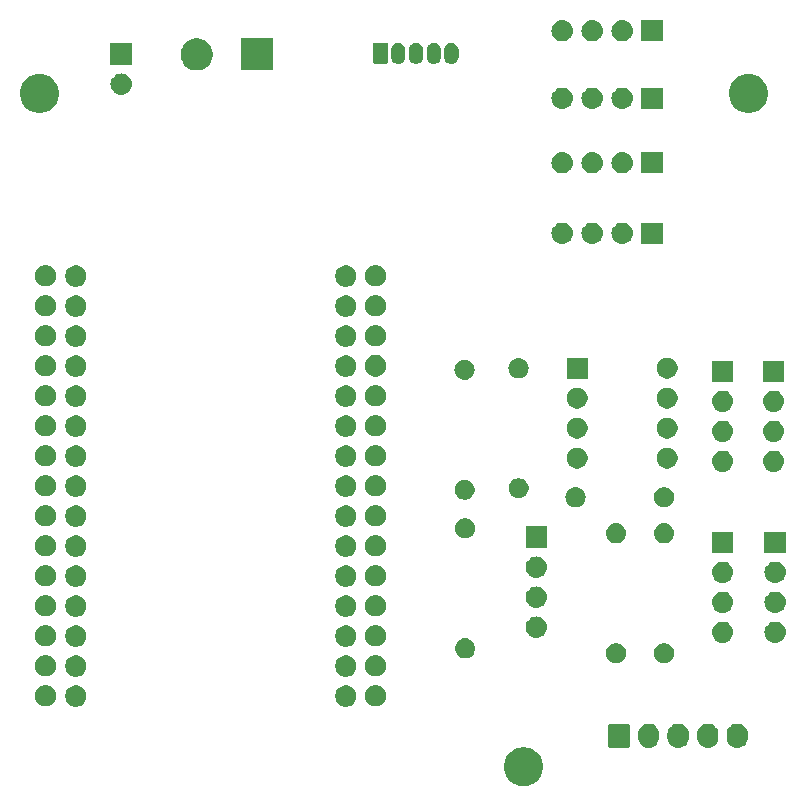
<source format=gbr>
G04 #@! TF.GenerationSoftware,KiCad,Pcbnew,(5.1.2)-2*
G04 #@! TF.CreationDate,2019-07-16T11:55:39+02:00*
G04 #@! TF.ProjectId,Airrohr_pcb,41697272-6f68-4725-9f70-63622e6b6963,rev?*
G04 #@! TF.SameCoordinates,Original*
G04 #@! TF.FileFunction,Soldermask,Bot*
G04 #@! TF.FilePolarity,Negative*
%FSLAX46Y46*%
G04 Gerber Fmt 4.6, Leading zero omitted, Abs format (unit mm)*
G04 Created by KiCad (PCBNEW (5.1.2)-2) date 2019-07-16 11:55:39*
%MOMM*%
%LPD*%
G04 APERTURE LIST*
%ADD10C,0.100000*%
G04 APERTURE END LIST*
D10*
G36*
X184564656Y-81791298D02*
G01*
X184670979Y-81812447D01*
X184971442Y-81936903D01*
X185241851Y-82117585D01*
X185471815Y-82347549D01*
X185652497Y-82617958D01*
X185776953Y-82918421D01*
X185840400Y-83237391D01*
X185840400Y-83562609D01*
X185776953Y-83881579D01*
X185652497Y-84182042D01*
X185471815Y-84452451D01*
X185241851Y-84682415D01*
X184971442Y-84863097D01*
X184670979Y-84987553D01*
X184564656Y-85008702D01*
X184352011Y-85051000D01*
X184026789Y-85051000D01*
X183814144Y-85008702D01*
X183707821Y-84987553D01*
X183407358Y-84863097D01*
X183136949Y-84682415D01*
X182906985Y-84452451D01*
X182726303Y-84182042D01*
X182601847Y-83881579D01*
X182538400Y-83562609D01*
X182538400Y-83237391D01*
X182601847Y-82918421D01*
X182726303Y-82617958D01*
X182906985Y-82347549D01*
X183136949Y-82117585D01*
X183407358Y-81936903D01*
X183707821Y-81812447D01*
X183814144Y-81791298D01*
X184026789Y-81749000D01*
X184352011Y-81749000D01*
X184564656Y-81791298D01*
X184564656Y-81791298D01*
G37*
G36*
X194954626Y-79759037D02*
G01*
X195124465Y-79810557D01*
X195124467Y-79810558D01*
X195280989Y-79894221D01*
X195418186Y-80006814D01*
X195501448Y-80108271D01*
X195530778Y-80144009D01*
X195614443Y-80300534D01*
X195665963Y-80470373D01*
X195679000Y-80602742D01*
X195679000Y-80941257D01*
X195665963Y-81073626D01*
X195614443Y-81243466D01*
X195530778Y-81399991D01*
X195501448Y-81435729D01*
X195418186Y-81537186D01*
X195323250Y-81615097D01*
X195280991Y-81649778D01*
X195124466Y-81733443D01*
X194954627Y-81784963D01*
X194778000Y-81802359D01*
X194601374Y-81784963D01*
X194431535Y-81733443D01*
X194275010Y-81649778D01*
X194137815Y-81537185D01*
X194025222Y-81399991D01*
X193941557Y-81243466D01*
X193890037Y-81073627D01*
X193877000Y-80941258D01*
X193877000Y-80602743D01*
X193890037Y-80470374D01*
X193941557Y-80300535D01*
X194025222Y-80144010D01*
X194025223Y-80144009D01*
X194137814Y-80006814D01*
X194239271Y-79923552D01*
X194275009Y-79894222D01*
X194431534Y-79810557D01*
X194601373Y-79759037D01*
X194778000Y-79741641D01*
X194954626Y-79759037D01*
X194954626Y-79759037D01*
G37*
G36*
X202454626Y-79759037D02*
G01*
X202624465Y-79810557D01*
X202624467Y-79810558D01*
X202780989Y-79894221D01*
X202918186Y-80006814D01*
X203001448Y-80108271D01*
X203030778Y-80144009D01*
X203114443Y-80300534D01*
X203165963Y-80470373D01*
X203179000Y-80602742D01*
X203179000Y-80941257D01*
X203165963Y-81073626D01*
X203114443Y-81243466D01*
X203030778Y-81399991D01*
X203001448Y-81435729D01*
X202918186Y-81537186D01*
X202823250Y-81615097D01*
X202780991Y-81649778D01*
X202624466Y-81733443D01*
X202454627Y-81784963D01*
X202278000Y-81802359D01*
X202101374Y-81784963D01*
X201931535Y-81733443D01*
X201775010Y-81649778D01*
X201637815Y-81537185D01*
X201525222Y-81399991D01*
X201441557Y-81243466D01*
X201390037Y-81073627D01*
X201377000Y-80941258D01*
X201377000Y-80602743D01*
X201390037Y-80470374D01*
X201441557Y-80300535D01*
X201525222Y-80144010D01*
X201525223Y-80144009D01*
X201637814Y-80006814D01*
X201739271Y-79923552D01*
X201775009Y-79894222D01*
X201931534Y-79810557D01*
X202101373Y-79759037D01*
X202278000Y-79741641D01*
X202454626Y-79759037D01*
X202454626Y-79759037D01*
G37*
G36*
X197454626Y-79759037D02*
G01*
X197624465Y-79810557D01*
X197624467Y-79810558D01*
X197780989Y-79894221D01*
X197918186Y-80006814D01*
X198001448Y-80108271D01*
X198030778Y-80144009D01*
X198114443Y-80300534D01*
X198165963Y-80470373D01*
X198179000Y-80602742D01*
X198179000Y-80941257D01*
X198165963Y-81073626D01*
X198114443Y-81243466D01*
X198030778Y-81399991D01*
X198001448Y-81435729D01*
X197918186Y-81537186D01*
X197823250Y-81615097D01*
X197780991Y-81649778D01*
X197624466Y-81733443D01*
X197454627Y-81784963D01*
X197278000Y-81802359D01*
X197101374Y-81784963D01*
X196931535Y-81733443D01*
X196775010Y-81649778D01*
X196637815Y-81537185D01*
X196525222Y-81399991D01*
X196441557Y-81243466D01*
X196390037Y-81073627D01*
X196377000Y-80941258D01*
X196377000Y-80602743D01*
X196390037Y-80470374D01*
X196441557Y-80300535D01*
X196525222Y-80144010D01*
X196525223Y-80144009D01*
X196637814Y-80006814D01*
X196739271Y-79923552D01*
X196775009Y-79894222D01*
X196931534Y-79810557D01*
X197101373Y-79759037D01*
X197278000Y-79741641D01*
X197454626Y-79759037D01*
X197454626Y-79759037D01*
G37*
G36*
X199954626Y-79759037D02*
G01*
X200124465Y-79810557D01*
X200124467Y-79810558D01*
X200280989Y-79894221D01*
X200418186Y-80006814D01*
X200501448Y-80108271D01*
X200530778Y-80144009D01*
X200614443Y-80300534D01*
X200665963Y-80470373D01*
X200679000Y-80602742D01*
X200679000Y-80941257D01*
X200665963Y-81073626D01*
X200614443Y-81243466D01*
X200530778Y-81399991D01*
X200501448Y-81435729D01*
X200418186Y-81537186D01*
X200323250Y-81615097D01*
X200280991Y-81649778D01*
X200124466Y-81733443D01*
X199954627Y-81784963D01*
X199778000Y-81802359D01*
X199601374Y-81784963D01*
X199431535Y-81733443D01*
X199275010Y-81649778D01*
X199137815Y-81537185D01*
X199025222Y-81399991D01*
X198941557Y-81243466D01*
X198890037Y-81073627D01*
X198877000Y-80941258D01*
X198877000Y-80602743D01*
X198890037Y-80470374D01*
X198941557Y-80300535D01*
X199025222Y-80144010D01*
X199025223Y-80144009D01*
X199137814Y-80006814D01*
X199239271Y-79923552D01*
X199275009Y-79894222D01*
X199431534Y-79810557D01*
X199601373Y-79759037D01*
X199778000Y-79741641D01*
X199954626Y-79759037D01*
X199954626Y-79759037D01*
G37*
G36*
X193036600Y-79749989D02*
G01*
X193069652Y-79760015D01*
X193100103Y-79776292D01*
X193126799Y-79798201D01*
X193148708Y-79824897D01*
X193164985Y-79855348D01*
X193175011Y-79888400D01*
X193179000Y-79928903D01*
X193179000Y-81615097D01*
X193175011Y-81655600D01*
X193164985Y-81688652D01*
X193148708Y-81719103D01*
X193126799Y-81745799D01*
X193100103Y-81767708D01*
X193069652Y-81783985D01*
X193036600Y-81794011D01*
X192996097Y-81798000D01*
X191559903Y-81798000D01*
X191519400Y-81794011D01*
X191486348Y-81783985D01*
X191455897Y-81767708D01*
X191429201Y-81745799D01*
X191407292Y-81719103D01*
X191391015Y-81688652D01*
X191380989Y-81655600D01*
X191377000Y-81615097D01*
X191377000Y-79928903D01*
X191380989Y-79888400D01*
X191391015Y-79855348D01*
X191407292Y-79824897D01*
X191429201Y-79798201D01*
X191455897Y-79776292D01*
X191486348Y-79760015D01*
X191519400Y-79749989D01*
X191559903Y-79746000D01*
X192996097Y-79746000D01*
X193036600Y-79749989D01*
X193036600Y-79749989D01*
G37*
G36*
X146392112Y-76523127D02*
G01*
X146541412Y-76552824D01*
X146705384Y-76620744D01*
X146852954Y-76719347D01*
X146978453Y-76844846D01*
X147077056Y-76992416D01*
X147144976Y-77156388D01*
X147179600Y-77330459D01*
X147179600Y-77507941D01*
X147144976Y-77682012D01*
X147077056Y-77845984D01*
X146978453Y-77993554D01*
X146852954Y-78119053D01*
X146705384Y-78217656D01*
X146541412Y-78285576D01*
X146392112Y-78315273D01*
X146367342Y-78320200D01*
X146189858Y-78320200D01*
X146165088Y-78315273D01*
X146015788Y-78285576D01*
X145851816Y-78217656D01*
X145704246Y-78119053D01*
X145578747Y-77993554D01*
X145480144Y-77845984D01*
X145412224Y-77682012D01*
X145377600Y-77507941D01*
X145377600Y-77330459D01*
X145412224Y-77156388D01*
X145480144Y-76992416D01*
X145578747Y-76844846D01*
X145704246Y-76719347D01*
X145851816Y-76620744D01*
X146015788Y-76552824D01*
X146165088Y-76523127D01*
X146189858Y-76518200D01*
X146367342Y-76518200D01*
X146392112Y-76523127D01*
X146392112Y-76523127D01*
G37*
G36*
X169252112Y-76523127D02*
G01*
X169401412Y-76552824D01*
X169565384Y-76620744D01*
X169712954Y-76719347D01*
X169838453Y-76844846D01*
X169937056Y-76992416D01*
X170004976Y-77156388D01*
X170039600Y-77330459D01*
X170039600Y-77507941D01*
X170004976Y-77682012D01*
X169937056Y-77845984D01*
X169838453Y-77993554D01*
X169712954Y-78119053D01*
X169565384Y-78217656D01*
X169401412Y-78285576D01*
X169252112Y-78315273D01*
X169227342Y-78320200D01*
X169049858Y-78320200D01*
X169025088Y-78315273D01*
X168875788Y-78285576D01*
X168711816Y-78217656D01*
X168564246Y-78119053D01*
X168438747Y-77993554D01*
X168340144Y-77845984D01*
X168272224Y-77682012D01*
X168237600Y-77507941D01*
X168237600Y-77330459D01*
X168272224Y-77156388D01*
X168340144Y-76992416D01*
X168438747Y-76844846D01*
X168564246Y-76719347D01*
X168711816Y-76620744D01*
X168875788Y-76552824D01*
X169025088Y-76523127D01*
X169049858Y-76518200D01*
X169227342Y-76518200D01*
X169252112Y-76523127D01*
X169252112Y-76523127D01*
G37*
G36*
X171766712Y-76497727D02*
G01*
X171916012Y-76527424D01*
X172079984Y-76595344D01*
X172227554Y-76693947D01*
X172353053Y-76819446D01*
X172451656Y-76967016D01*
X172519576Y-77130988D01*
X172554200Y-77305059D01*
X172554200Y-77482541D01*
X172519576Y-77656612D01*
X172451656Y-77820584D01*
X172353053Y-77968154D01*
X172227554Y-78093653D01*
X172079984Y-78192256D01*
X171916012Y-78260176D01*
X171766712Y-78289873D01*
X171741942Y-78294800D01*
X171564458Y-78294800D01*
X171539688Y-78289873D01*
X171390388Y-78260176D01*
X171226416Y-78192256D01*
X171078846Y-78093653D01*
X170953347Y-77968154D01*
X170854744Y-77820584D01*
X170786824Y-77656612D01*
X170752200Y-77482541D01*
X170752200Y-77305059D01*
X170786824Y-77130988D01*
X170854744Y-76967016D01*
X170953347Y-76819446D01*
X171078846Y-76693947D01*
X171226416Y-76595344D01*
X171390388Y-76527424D01*
X171539688Y-76497727D01*
X171564458Y-76492800D01*
X171741942Y-76492800D01*
X171766712Y-76497727D01*
X171766712Y-76497727D01*
G37*
G36*
X143826712Y-76497727D02*
G01*
X143976012Y-76527424D01*
X144139984Y-76595344D01*
X144287554Y-76693947D01*
X144413053Y-76819446D01*
X144511656Y-76967016D01*
X144579576Y-77130988D01*
X144614200Y-77305059D01*
X144614200Y-77482541D01*
X144579576Y-77656612D01*
X144511656Y-77820584D01*
X144413053Y-77968154D01*
X144287554Y-78093653D01*
X144139984Y-78192256D01*
X143976012Y-78260176D01*
X143826712Y-78289873D01*
X143801942Y-78294800D01*
X143624458Y-78294800D01*
X143599688Y-78289873D01*
X143450388Y-78260176D01*
X143286416Y-78192256D01*
X143138846Y-78093653D01*
X143013347Y-77968154D01*
X142914744Y-77820584D01*
X142846824Y-77656612D01*
X142812200Y-77482541D01*
X142812200Y-77305059D01*
X142846824Y-77130988D01*
X142914744Y-76967016D01*
X143013347Y-76819446D01*
X143138846Y-76693947D01*
X143286416Y-76595344D01*
X143450388Y-76527424D01*
X143599688Y-76497727D01*
X143624458Y-76492800D01*
X143801942Y-76492800D01*
X143826712Y-76497727D01*
X143826712Y-76497727D01*
G37*
G36*
X169252112Y-73983127D02*
G01*
X169401412Y-74012824D01*
X169565384Y-74080744D01*
X169712954Y-74179347D01*
X169838453Y-74304846D01*
X169937056Y-74452416D01*
X170004976Y-74616388D01*
X170039600Y-74790459D01*
X170039600Y-74967941D01*
X170004976Y-75142012D01*
X169937056Y-75305984D01*
X169838453Y-75453554D01*
X169712954Y-75579053D01*
X169565384Y-75677656D01*
X169401412Y-75745576D01*
X169252112Y-75775273D01*
X169227342Y-75780200D01*
X169049858Y-75780200D01*
X169025088Y-75775273D01*
X168875788Y-75745576D01*
X168711816Y-75677656D01*
X168564246Y-75579053D01*
X168438747Y-75453554D01*
X168340144Y-75305984D01*
X168272224Y-75142012D01*
X168237600Y-74967941D01*
X168237600Y-74790459D01*
X168272224Y-74616388D01*
X168340144Y-74452416D01*
X168438747Y-74304846D01*
X168564246Y-74179347D01*
X168711816Y-74080744D01*
X168875788Y-74012824D01*
X169025088Y-73983127D01*
X169049858Y-73978200D01*
X169227342Y-73978200D01*
X169252112Y-73983127D01*
X169252112Y-73983127D01*
G37*
G36*
X146392112Y-73983127D02*
G01*
X146541412Y-74012824D01*
X146705384Y-74080744D01*
X146852954Y-74179347D01*
X146978453Y-74304846D01*
X147077056Y-74452416D01*
X147144976Y-74616388D01*
X147179600Y-74790459D01*
X147179600Y-74967941D01*
X147144976Y-75142012D01*
X147077056Y-75305984D01*
X146978453Y-75453554D01*
X146852954Y-75579053D01*
X146705384Y-75677656D01*
X146541412Y-75745576D01*
X146392112Y-75775273D01*
X146367342Y-75780200D01*
X146189858Y-75780200D01*
X146165088Y-75775273D01*
X146015788Y-75745576D01*
X145851816Y-75677656D01*
X145704246Y-75579053D01*
X145578747Y-75453554D01*
X145480144Y-75305984D01*
X145412224Y-75142012D01*
X145377600Y-74967941D01*
X145377600Y-74790459D01*
X145412224Y-74616388D01*
X145480144Y-74452416D01*
X145578747Y-74304846D01*
X145704246Y-74179347D01*
X145851816Y-74080744D01*
X146015788Y-74012824D01*
X146165088Y-73983127D01*
X146189858Y-73978200D01*
X146367342Y-73978200D01*
X146392112Y-73983127D01*
X146392112Y-73983127D01*
G37*
G36*
X143826712Y-73957727D02*
G01*
X143976012Y-73987424D01*
X144139984Y-74055344D01*
X144287554Y-74153947D01*
X144413053Y-74279446D01*
X144511656Y-74427016D01*
X144579576Y-74590988D01*
X144614200Y-74765059D01*
X144614200Y-74942541D01*
X144579576Y-75116612D01*
X144511656Y-75280584D01*
X144413053Y-75428154D01*
X144287554Y-75553653D01*
X144139984Y-75652256D01*
X143976012Y-75720176D01*
X143826712Y-75749873D01*
X143801942Y-75754800D01*
X143624458Y-75754800D01*
X143599688Y-75749873D01*
X143450388Y-75720176D01*
X143286416Y-75652256D01*
X143138846Y-75553653D01*
X143013347Y-75428154D01*
X142914744Y-75280584D01*
X142846824Y-75116612D01*
X142812200Y-74942541D01*
X142812200Y-74765059D01*
X142846824Y-74590988D01*
X142914744Y-74427016D01*
X143013347Y-74279446D01*
X143138846Y-74153947D01*
X143286416Y-74055344D01*
X143450388Y-73987424D01*
X143599688Y-73957727D01*
X143624458Y-73952800D01*
X143801942Y-73952800D01*
X143826712Y-73957727D01*
X143826712Y-73957727D01*
G37*
G36*
X171766712Y-73957727D02*
G01*
X171916012Y-73987424D01*
X172079984Y-74055344D01*
X172227554Y-74153947D01*
X172353053Y-74279446D01*
X172451656Y-74427016D01*
X172519576Y-74590988D01*
X172554200Y-74765059D01*
X172554200Y-74942541D01*
X172519576Y-75116612D01*
X172451656Y-75280584D01*
X172353053Y-75428154D01*
X172227554Y-75553653D01*
X172079984Y-75652256D01*
X171916012Y-75720176D01*
X171766712Y-75749873D01*
X171741942Y-75754800D01*
X171564458Y-75754800D01*
X171539688Y-75749873D01*
X171390388Y-75720176D01*
X171226416Y-75652256D01*
X171078846Y-75553653D01*
X170953347Y-75428154D01*
X170854744Y-75280584D01*
X170786824Y-75116612D01*
X170752200Y-74942541D01*
X170752200Y-74765059D01*
X170786824Y-74590988D01*
X170854744Y-74427016D01*
X170953347Y-74279446D01*
X171078846Y-74153947D01*
X171226416Y-74055344D01*
X171390388Y-73987424D01*
X171539688Y-73957727D01*
X171564458Y-73952800D01*
X171741942Y-73952800D01*
X171766712Y-73957727D01*
X171766712Y-73957727D01*
G37*
G36*
X192272228Y-72968703D02*
G01*
X192427100Y-73032853D01*
X192566481Y-73125985D01*
X192685015Y-73244519D01*
X192778147Y-73383900D01*
X192842297Y-73538772D01*
X192875000Y-73703184D01*
X192875000Y-73870816D01*
X192842297Y-74035228D01*
X192778147Y-74190100D01*
X192685015Y-74329481D01*
X192566481Y-74448015D01*
X192427100Y-74541147D01*
X192272228Y-74605297D01*
X192107816Y-74638000D01*
X191940184Y-74638000D01*
X191775772Y-74605297D01*
X191620900Y-74541147D01*
X191481519Y-74448015D01*
X191362985Y-74329481D01*
X191269853Y-74190100D01*
X191205703Y-74035228D01*
X191173000Y-73870816D01*
X191173000Y-73703184D01*
X191205703Y-73538772D01*
X191269853Y-73383900D01*
X191362985Y-73244519D01*
X191481519Y-73125985D01*
X191620900Y-73032853D01*
X191775772Y-72968703D01*
X191940184Y-72936000D01*
X192107816Y-72936000D01*
X192272228Y-72968703D01*
X192272228Y-72968703D01*
G37*
G36*
X196336228Y-72968703D02*
G01*
X196491100Y-73032853D01*
X196630481Y-73125985D01*
X196749015Y-73244519D01*
X196842147Y-73383900D01*
X196906297Y-73538772D01*
X196939000Y-73703184D01*
X196939000Y-73870816D01*
X196906297Y-74035228D01*
X196842147Y-74190100D01*
X196749015Y-74329481D01*
X196630481Y-74448015D01*
X196491100Y-74541147D01*
X196336228Y-74605297D01*
X196171816Y-74638000D01*
X196004184Y-74638000D01*
X195839772Y-74605297D01*
X195684900Y-74541147D01*
X195545519Y-74448015D01*
X195426985Y-74329481D01*
X195333853Y-74190100D01*
X195269703Y-74035228D01*
X195237000Y-73870816D01*
X195237000Y-73703184D01*
X195269703Y-73538772D01*
X195333853Y-73383900D01*
X195426985Y-73244519D01*
X195545519Y-73125985D01*
X195684900Y-73032853D01*
X195839772Y-72968703D01*
X196004184Y-72936000D01*
X196171816Y-72936000D01*
X196336228Y-72968703D01*
X196336228Y-72968703D01*
G37*
G36*
X179414623Y-72541913D02*
G01*
X179575042Y-72590576D01*
X179684693Y-72649186D01*
X179722878Y-72669596D01*
X179852459Y-72775941D01*
X179958804Y-72905522D01*
X179963097Y-72913553D01*
X180037824Y-73053358D01*
X180086487Y-73213777D01*
X180102917Y-73380600D01*
X180086487Y-73547423D01*
X180037824Y-73707842D01*
X179966914Y-73840506D01*
X179958804Y-73855678D01*
X179852459Y-73985259D01*
X179722878Y-74091604D01*
X179722876Y-74091605D01*
X179575042Y-74170624D01*
X179414623Y-74219287D01*
X179289604Y-74231600D01*
X179205996Y-74231600D01*
X179080977Y-74219287D01*
X178920558Y-74170624D01*
X178772724Y-74091605D01*
X178772722Y-74091604D01*
X178643141Y-73985259D01*
X178536796Y-73855678D01*
X178528686Y-73840506D01*
X178457776Y-73707842D01*
X178409113Y-73547423D01*
X178392683Y-73380600D01*
X178409113Y-73213777D01*
X178457776Y-73053358D01*
X178532503Y-72913553D01*
X178536796Y-72905522D01*
X178643141Y-72775941D01*
X178772722Y-72669596D01*
X178810907Y-72649186D01*
X178920558Y-72590576D01*
X179080977Y-72541913D01*
X179205996Y-72529600D01*
X179289604Y-72529600D01*
X179414623Y-72541913D01*
X179414623Y-72541913D01*
G37*
G36*
X169252112Y-71443127D02*
G01*
X169401412Y-71472824D01*
X169565384Y-71540744D01*
X169712954Y-71639347D01*
X169838453Y-71764846D01*
X169937056Y-71912416D01*
X170004976Y-72076388D01*
X170039600Y-72250459D01*
X170039600Y-72427941D01*
X170004976Y-72602012D01*
X169937056Y-72765984D01*
X169838453Y-72913554D01*
X169712954Y-73039053D01*
X169565384Y-73137656D01*
X169401412Y-73205576D01*
X169252112Y-73235273D01*
X169227342Y-73240200D01*
X169049858Y-73240200D01*
X169025088Y-73235273D01*
X168875788Y-73205576D01*
X168711816Y-73137656D01*
X168564246Y-73039053D01*
X168438747Y-72913554D01*
X168340144Y-72765984D01*
X168272224Y-72602012D01*
X168237600Y-72427941D01*
X168237600Y-72250459D01*
X168272224Y-72076388D01*
X168340144Y-71912416D01*
X168438747Y-71764846D01*
X168564246Y-71639347D01*
X168711816Y-71540744D01*
X168875788Y-71472824D01*
X169025088Y-71443127D01*
X169049858Y-71438200D01*
X169227342Y-71438200D01*
X169252112Y-71443127D01*
X169252112Y-71443127D01*
G37*
G36*
X146392112Y-71443127D02*
G01*
X146541412Y-71472824D01*
X146705384Y-71540744D01*
X146852954Y-71639347D01*
X146978453Y-71764846D01*
X147077056Y-71912416D01*
X147144976Y-72076388D01*
X147179600Y-72250459D01*
X147179600Y-72427941D01*
X147144976Y-72602012D01*
X147077056Y-72765984D01*
X146978453Y-72913554D01*
X146852954Y-73039053D01*
X146705384Y-73137656D01*
X146541412Y-73205576D01*
X146392112Y-73235273D01*
X146367342Y-73240200D01*
X146189858Y-73240200D01*
X146165088Y-73235273D01*
X146015788Y-73205576D01*
X145851816Y-73137656D01*
X145704246Y-73039053D01*
X145578747Y-72913554D01*
X145480144Y-72765984D01*
X145412224Y-72602012D01*
X145377600Y-72427941D01*
X145377600Y-72250459D01*
X145412224Y-72076388D01*
X145480144Y-71912416D01*
X145578747Y-71764846D01*
X145704246Y-71639347D01*
X145851816Y-71540744D01*
X146015788Y-71472824D01*
X146165088Y-71443127D01*
X146189858Y-71438200D01*
X146367342Y-71438200D01*
X146392112Y-71443127D01*
X146392112Y-71443127D01*
G37*
G36*
X171766712Y-71417727D02*
G01*
X171916012Y-71447424D01*
X172079984Y-71515344D01*
X172227554Y-71613947D01*
X172353053Y-71739446D01*
X172451656Y-71887016D01*
X172519576Y-72050988D01*
X172554200Y-72225059D01*
X172554200Y-72402541D01*
X172519576Y-72576612D01*
X172451656Y-72740584D01*
X172353053Y-72888154D01*
X172227554Y-73013653D01*
X172079984Y-73112256D01*
X171916012Y-73180176D01*
X171766712Y-73209873D01*
X171741942Y-73214800D01*
X171564458Y-73214800D01*
X171539688Y-73209873D01*
X171390388Y-73180176D01*
X171226416Y-73112256D01*
X171078846Y-73013653D01*
X170953347Y-72888154D01*
X170854744Y-72740584D01*
X170786824Y-72576612D01*
X170752200Y-72402541D01*
X170752200Y-72225059D01*
X170786824Y-72050988D01*
X170854744Y-71887016D01*
X170953347Y-71739446D01*
X171078846Y-71613947D01*
X171226416Y-71515344D01*
X171390388Y-71447424D01*
X171539688Y-71417727D01*
X171564458Y-71412800D01*
X171741942Y-71412800D01*
X171766712Y-71417727D01*
X171766712Y-71417727D01*
G37*
G36*
X143826712Y-71417727D02*
G01*
X143976012Y-71447424D01*
X144139984Y-71515344D01*
X144287554Y-71613947D01*
X144413053Y-71739446D01*
X144511656Y-71887016D01*
X144579576Y-72050988D01*
X144614200Y-72225059D01*
X144614200Y-72402541D01*
X144579576Y-72576612D01*
X144511656Y-72740584D01*
X144413053Y-72888154D01*
X144287554Y-73013653D01*
X144139984Y-73112256D01*
X143976012Y-73180176D01*
X143826712Y-73209873D01*
X143801942Y-73214800D01*
X143624458Y-73214800D01*
X143599688Y-73209873D01*
X143450388Y-73180176D01*
X143286416Y-73112256D01*
X143138846Y-73013653D01*
X143013347Y-72888154D01*
X142914744Y-72740584D01*
X142846824Y-72576612D01*
X142812200Y-72402541D01*
X142812200Y-72225059D01*
X142846824Y-72050988D01*
X142914744Y-71887016D01*
X143013347Y-71739446D01*
X143138846Y-71613947D01*
X143286416Y-71515344D01*
X143450388Y-71447424D01*
X143599688Y-71417727D01*
X143624458Y-71412800D01*
X143801942Y-71412800D01*
X143826712Y-71417727D01*
X143826712Y-71417727D01*
G37*
G36*
X205596443Y-71114519D02*
G01*
X205662627Y-71121037D01*
X205832466Y-71172557D01*
X205988991Y-71256222D01*
X206024729Y-71285552D01*
X206126186Y-71368814D01*
X206190699Y-71447425D01*
X206238778Y-71506009D01*
X206322443Y-71662534D01*
X206373963Y-71832373D01*
X206391359Y-72009000D01*
X206373963Y-72185627D01*
X206322443Y-72355466D01*
X206238778Y-72511991D01*
X206214221Y-72541913D01*
X206126186Y-72649186D01*
X206024729Y-72732448D01*
X205988991Y-72761778D01*
X205832466Y-72845443D01*
X205662627Y-72896963D01*
X205596442Y-72903482D01*
X205530260Y-72910000D01*
X205441740Y-72910000D01*
X205375558Y-72903482D01*
X205309373Y-72896963D01*
X205139534Y-72845443D01*
X204983009Y-72761778D01*
X204947271Y-72732448D01*
X204845814Y-72649186D01*
X204757779Y-72541913D01*
X204733222Y-72511991D01*
X204649557Y-72355466D01*
X204598037Y-72185627D01*
X204580641Y-72009000D01*
X204598037Y-71832373D01*
X204649557Y-71662534D01*
X204733222Y-71506009D01*
X204781301Y-71447425D01*
X204845814Y-71368814D01*
X204947271Y-71285552D01*
X204983009Y-71256222D01*
X205139534Y-71172557D01*
X205309373Y-71121037D01*
X205375557Y-71114519D01*
X205441740Y-71108000D01*
X205530260Y-71108000D01*
X205596443Y-71114519D01*
X205596443Y-71114519D01*
G37*
G36*
X201151443Y-71114519D02*
G01*
X201217627Y-71121037D01*
X201387466Y-71172557D01*
X201543991Y-71256222D01*
X201579729Y-71285552D01*
X201681186Y-71368814D01*
X201745699Y-71447425D01*
X201793778Y-71506009D01*
X201877443Y-71662534D01*
X201928963Y-71832373D01*
X201946359Y-72009000D01*
X201928963Y-72185627D01*
X201877443Y-72355466D01*
X201793778Y-72511991D01*
X201769221Y-72541913D01*
X201681186Y-72649186D01*
X201579729Y-72732448D01*
X201543991Y-72761778D01*
X201387466Y-72845443D01*
X201217627Y-72896963D01*
X201151442Y-72903482D01*
X201085260Y-72910000D01*
X200996740Y-72910000D01*
X200930558Y-72903482D01*
X200864373Y-72896963D01*
X200694534Y-72845443D01*
X200538009Y-72761778D01*
X200502271Y-72732448D01*
X200400814Y-72649186D01*
X200312779Y-72541913D01*
X200288222Y-72511991D01*
X200204557Y-72355466D01*
X200153037Y-72185627D01*
X200135641Y-72009000D01*
X200153037Y-71832373D01*
X200204557Y-71662534D01*
X200288222Y-71506009D01*
X200336301Y-71447425D01*
X200400814Y-71368814D01*
X200502271Y-71285552D01*
X200538009Y-71256222D01*
X200694534Y-71172557D01*
X200864373Y-71121037D01*
X200930557Y-71114519D01*
X200996740Y-71108000D01*
X201085260Y-71108000D01*
X201151443Y-71114519D01*
X201151443Y-71114519D01*
G37*
G36*
X185378042Y-70682718D02*
G01*
X185444227Y-70689237D01*
X185614066Y-70740757D01*
X185770591Y-70824422D01*
X185806329Y-70853752D01*
X185907786Y-70937014D01*
X185991048Y-71038471D01*
X186020378Y-71074209D01*
X186104043Y-71230734D01*
X186155563Y-71400573D01*
X186172959Y-71577200D01*
X186155563Y-71753827D01*
X186104043Y-71923666D01*
X186020378Y-72080191D01*
X185991048Y-72115929D01*
X185907786Y-72217386D01*
X185806329Y-72300648D01*
X185770591Y-72329978D01*
X185614066Y-72413643D01*
X185444227Y-72465163D01*
X185378043Y-72471681D01*
X185311860Y-72478200D01*
X185223340Y-72478200D01*
X185157157Y-72471681D01*
X185090973Y-72465163D01*
X184921134Y-72413643D01*
X184764609Y-72329978D01*
X184728871Y-72300648D01*
X184627414Y-72217386D01*
X184544152Y-72115929D01*
X184514822Y-72080191D01*
X184431157Y-71923666D01*
X184379637Y-71753827D01*
X184362241Y-71577200D01*
X184379637Y-71400573D01*
X184431157Y-71230734D01*
X184514822Y-71074209D01*
X184544152Y-71038471D01*
X184627414Y-70937014D01*
X184728871Y-70853752D01*
X184764609Y-70824422D01*
X184921134Y-70740757D01*
X185090973Y-70689237D01*
X185157158Y-70682718D01*
X185223340Y-70676200D01*
X185311860Y-70676200D01*
X185378042Y-70682718D01*
X185378042Y-70682718D01*
G37*
G36*
X146392112Y-68903127D02*
G01*
X146541412Y-68932824D01*
X146705384Y-69000744D01*
X146852954Y-69099347D01*
X146978453Y-69224846D01*
X147077056Y-69372416D01*
X147144976Y-69536388D01*
X147179600Y-69710459D01*
X147179600Y-69887941D01*
X147144976Y-70062012D01*
X147077056Y-70225984D01*
X146978453Y-70373554D01*
X146852954Y-70499053D01*
X146705384Y-70597656D01*
X146541412Y-70665576D01*
X146392112Y-70695273D01*
X146367342Y-70700200D01*
X146189858Y-70700200D01*
X146165088Y-70695273D01*
X146015788Y-70665576D01*
X145851816Y-70597656D01*
X145704246Y-70499053D01*
X145578747Y-70373554D01*
X145480144Y-70225984D01*
X145412224Y-70062012D01*
X145377600Y-69887941D01*
X145377600Y-69710459D01*
X145412224Y-69536388D01*
X145480144Y-69372416D01*
X145578747Y-69224846D01*
X145704246Y-69099347D01*
X145851816Y-69000744D01*
X146015788Y-68932824D01*
X146165088Y-68903127D01*
X146189858Y-68898200D01*
X146367342Y-68898200D01*
X146392112Y-68903127D01*
X146392112Y-68903127D01*
G37*
G36*
X169252112Y-68903127D02*
G01*
X169401412Y-68932824D01*
X169565384Y-69000744D01*
X169712954Y-69099347D01*
X169838453Y-69224846D01*
X169937056Y-69372416D01*
X170004976Y-69536388D01*
X170039600Y-69710459D01*
X170039600Y-69887941D01*
X170004976Y-70062012D01*
X169937056Y-70225984D01*
X169838453Y-70373554D01*
X169712954Y-70499053D01*
X169565384Y-70597656D01*
X169401412Y-70665576D01*
X169252112Y-70695273D01*
X169227342Y-70700200D01*
X169049858Y-70700200D01*
X169025088Y-70695273D01*
X168875788Y-70665576D01*
X168711816Y-70597656D01*
X168564246Y-70499053D01*
X168438747Y-70373554D01*
X168340144Y-70225984D01*
X168272224Y-70062012D01*
X168237600Y-69887941D01*
X168237600Y-69710459D01*
X168272224Y-69536388D01*
X168340144Y-69372416D01*
X168438747Y-69224846D01*
X168564246Y-69099347D01*
X168711816Y-69000744D01*
X168875788Y-68932824D01*
X169025088Y-68903127D01*
X169049858Y-68898200D01*
X169227342Y-68898200D01*
X169252112Y-68903127D01*
X169252112Y-68903127D01*
G37*
G36*
X143826712Y-68877727D02*
G01*
X143976012Y-68907424D01*
X144139984Y-68975344D01*
X144287554Y-69073947D01*
X144413053Y-69199446D01*
X144511656Y-69347016D01*
X144579576Y-69510988D01*
X144614200Y-69685059D01*
X144614200Y-69862541D01*
X144579576Y-70036612D01*
X144511656Y-70200584D01*
X144413053Y-70348154D01*
X144287554Y-70473653D01*
X144139984Y-70572256D01*
X143976012Y-70640176D01*
X143826712Y-70669873D01*
X143801942Y-70674800D01*
X143624458Y-70674800D01*
X143599688Y-70669873D01*
X143450388Y-70640176D01*
X143286416Y-70572256D01*
X143138846Y-70473653D01*
X143013347Y-70348154D01*
X142914744Y-70200584D01*
X142846824Y-70036612D01*
X142812200Y-69862541D01*
X142812200Y-69685059D01*
X142846824Y-69510988D01*
X142914744Y-69347016D01*
X143013347Y-69199446D01*
X143138846Y-69073947D01*
X143286416Y-68975344D01*
X143450388Y-68907424D01*
X143599688Y-68877727D01*
X143624458Y-68872800D01*
X143801942Y-68872800D01*
X143826712Y-68877727D01*
X143826712Y-68877727D01*
G37*
G36*
X171766712Y-68877727D02*
G01*
X171916012Y-68907424D01*
X172079984Y-68975344D01*
X172227554Y-69073947D01*
X172353053Y-69199446D01*
X172451656Y-69347016D01*
X172519576Y-69510988D01*
X172554200Y-69685059D01*
X172554200Y-69862541D01*
X172519576Y-70036612D01*
X172451656Y-70200584D01*
X172353053Y-70348154D01*
X172227554Y-70473653D01*
X172079984Y-70572256D01*
X171916012Y-70640176D01*
X171766712Y-70669873D01*
X171741942Y-70674800D01*
X171564458Y-70674800D01*
X171539688Y-70669873D01*
X171390388Y-70640176D01*
X171226416Y-70572256D01*
X171078846Y-70473653D01*
X170953347Y-70348154D01*
X170854744Y-70200584D01*
X170786824Y-70036612D01*
X170752200Y-69862541D01*
X170752200Y-69685059D01*
X170786824Y-69510988D01*
X170854744Y-69347016D01*
X170953347Y-69199446D01*
X171078846Y-69073947D01*
X171226416Y-68975344D01*
X171390388Y-68907424D01*
X171539688Y-68877727D01*
X171564458Y-68872800D01*
X171741942Y-68872800D01*
X171766712Y-68877727D01*
X171766712Y-68877727D01*
G37*
G36*
X201151442Y-68574518D02*
G01*
X201217627Y-68581037D01*
X201387466Y-68632557D01*
X201543991Y-68716222D01*
X201579729Y-68745552D01*
X201681186Y-68828814D01*
X201745699Y-68907425D01*
X201793778Y-68966009D01*
X201877443Y-69122534D01*
X201928963Y-69292373D01*
X201946359Y-69469000D01*
X201928963Y-69645627D01*
X201877443Y-69815466D01*
X201793778Y-69971991D01*
X201764448Y-70007729D01*
X201681186Y-70109186D01*
X201579729Y-70192448D01*
X201543991Y-70221778D01*
X201387466Y-70305443D01*
X201217627Y-70356963D01*
X201151443Y-70363481D01*
X201085260Y-70370000D01*
X200996740Y-70370000D01*
X200930557Y-70363481D01*
X200864373Y-70356963D01*
X200694534Y-70305443D01*
X200538009Y-70221778D01*
X200502271Y-70192448D01*
X200400814Y-70109186D01*
X200317552Y-70007729D01*
X200288222Y-69971991D01*
X200204557Y-69815466D01*
X200153037Y-69645627D01*
X200135641Y-69469000D01*
X200153037Y-69292373D01*
X200204557Y-69122534D01*
X200288222Y-68966009D01*
X200336301Y-68907425D01*
X200400814Y-68828814D01*
X200502271Y-68745552D01*
X200538009Y-68716222D01*
X200694534Y-68632557D01*
X200864373Y-68581037D01*
X200930558Y-68574518D01*
X200996740Y-68568000D01*
X201085260Y-68568000D01*
X201151442Y-68574518D01*
X201151442Y-68574518D01*
G37*
G36*
X205596442Y-68574518D02*
G01*
X205662627Y-68581037D01*
X205832466Y-68632557D01*
X205988991Y-68716222D01*
X206024729Y-68745552D01*
X206126186Y-68828814D01*
X206190699Y-68907425D01*
X206238778Y-68966009D01*
X206322443Y-69122534D01*
X206373963Y-69292373D01*
X206391359Y-69469000D01*
X206373963Y-69645627D01*
X206322443Y-69815466D01*
X206238778Y-69971991D01*
X206209448Y-70007729D01*
X206126186Y-70109186D01*
X206024729Y-70192448D01*
X205988991Y-70221778D01*
X205832466Y-70305443D01*
X205662627Y-70356963D01*
X205596443Y-70363481D01*
X205530260Y-70370000D01*
X205441740Y-70370000D01*
X205375557Y-70363481D01*
X205309373Y-70356963D01*
X205139534Y-70305443D01*
X204983009Y-70221778D01*
X204947271Y-70192448D01*
X204845814Y-70109186D01*
X204762552Y-70007729D01*
X204733222Y-69971991D01*
X204649557Y-69815466D01*
X204598037Y-69645627D01*
X204580641Y-69469000D01*
X204598037Y-69292373D01*
X204649557Y-69122534D01*
X204733222Y-68966009D01*
X204781301Y-68907425D01*
X204845814Y-68828814D01*
X204947271Y-68745552D01*
X204983009Y-68716222D01*
X205139534Y-68632557D01*
X205309373Y-68581037D01*
X205375558Y-68574518D01*
X205441740Y-68568000D01*
X205530260Y-68568000D01*
X205596442Y-68574518D01*
X205596442Y-68574518D01*
G37*
G36*
X185378043Y-68142719D02*
G01*
X185444227Y-68149237D01*
X185614066Y-68200757D01*
X185770591Y-68284422D01*
X185806329Y-68313752D01*
X185907786Y-68397014D01*
X185991048Y-68498471D01*
X186020378Y-68534209D01*
X186104043Y-68690734D01*
X186155563Y-68860573D01*
X186172959Y-69037200D01*
X186155563Y-69213827D01*
X186104043Y-69383666D01*
X186020378Y-69540191D01*
X185991048Y-69575929D01*
X185907786Y-69677386D01*
X185806329Y-69760648D01*
X185770591Y-69789978D01*
X185614066Y-69873643D01*
X185444227Y-69925163D01*
X185378042Y-69931682D01*
X185311860Y-69938200D01*
X185223340Y-69938200D01*
X185157158Y-69931682D01*
X185090973Y-69925163D01*
X184921134Y-69873643D01*
X184764609Y-69789978D01*
X184728871Y-69760648D01*
X184627414Y-69677386D01*
X184544152Y-69575929D01*
X184514822Y-69540191D01*
X184431157Y-69383666D01*
X184379637Y-69213827D01*
X184362241Y-69037200D01*
X184379637Y-68860573D01*
X184431157Y-68690734D01*
X184514822Y-68534209D01*
X184544152Y-68498471D01*
X184627414Y-68397014D01*
X184728871Y-68313752D01*
X184764609Y-68284422D01*
X184921134Y-68200757D01*
X185090973Y-68149237D01*
X185157157Y-68142719D01*
X185223340Y-68136200D01*
X185311860Y-68136200D01*
X185378043Y-68142719D01*
X185378043Y-68142719D01*
G37*
G36*
X169252112Y-66363127D02*
G01*
X169401412Y-66392824D01*
X169565384Y-66460744D01*
X169712954Y-66559347D01*
X169838453Y-66684846D01*
X169937056Y-66832416D01*
X170004976Y-66996388D01*
X170039600Y-67170459D01*
X170039600Y-67347941D01*
X170004976Y-67522012D01*
X169937056Y-67685984D01*
X169838453Y-67833554D01*
X169712954Y-67959053D01*
X169565384Y-68057656D01*
X169401412Y-68125576D01*
X169252112Y-68155273D01*
X169227342Y-68160200D01*
X169049858Y-68160200D01*
X169025088Y-68155273D01*
X168875788Y-68125576D01*
X168711816Y-68057656D01*
X168564246Y-67959053D01*
X168438747Y-67833554D01*
X168340144Y-67685984D01*
X168272224Y-67522012D01*
X168237600Y-67347941D01*
X168237600Y-67170459D01*
X168272224Y-66996388D01*
X168340144Y-66832416D01*
X168438747Y-66684846D01*
X168564246Y-66559347D01*
X168711816Y-66460744D01*
X168875788Y-66392824D01*
X169025088Y-66363127D01*
X169049858Y-66358200D01*
X169227342Y-66358200D01*
X169252112Y-66363127D01*
X169252112Y-66363127D01*
G37*
G36*
X146392112Y-66363127D02*
G01*
X146541412Y-66392824D01*
X146705384Y-66460744D01*
X146852954Y-66559347D01*
X146978453Y-66684846D01*
X147077056Y-66832416D01*
X147144976Y-66996388D01*
X147179600Y-67170459D01*
X147179600Y-67347941D01*
X147144976Y-67522012D01*
X147077056Y-67685984D01*
X146978453Y-67833554D01*
X146852954Y-67959053D01*
X146705384Y-68057656D01*
X146541412Y-68125576D01*
X146392112Y-68155273D01*
X146367342Y-68160200D01*
X146189858Y-68160200D01*
X146165088Y-68155273D01*
X146015788Y-68125576D01*
X145851816Y-68057656D01*
X145704246Y-67959053D01*
X145578747Y-67833554D01*
X145480144Y-67685984D01*
X145412224Y-67522012D01*
X145377600Y-67347941D01*
X145377600Y-67170459D01*
X145412224Y-66996388D01*
X145480144Y-66832416D01*
X145578747Y-66684846D01*
X145704246Y-66559347D01*
X145851816Y-66460744D01*
X146015788Y-66392824D01*
X146165088Y-66363127D01*
X146189858Y-66358200D01*
X146367342Y-66358200D01*
X146392112Y-66363127D01*
X146392112Y-66363127D01*
G37*
G36*
X143826712Y-66337727D02*
G01*
X143976012Y-66367424D01*
X144139984Y-66435344D01*
X144287554Y-66533947D01*
X144413053Y-66659446D01*
X144511656Y-66807016D01*
X144579576Y-66970988D01*
X144614200Y-67145059D01*
X144614200Y-67322541D01*
X144579576Y-67496612D01*
X144511656Y-67660584D01*
X144413053Y-67808154D01*
X144287554Y-67933653D01*
X144139984Y-68032256D01*
X143976012Y-68100176D01*
X143826712Y-68129873D01*
X143801942Y-68134800D01*
X143624458Y-68134800D01*
X143599688Y-68129873D01*
X143450388Y-68100176D01*
X143286416Y-68032256D01*
X143138846Y-67933653D01*
X143013347Y-67808154D01*
X142914744Y-67660584D01*
X142846824Y-67496612D01*
X142812200Y-67322541D01*
X142812200Y-67145059D01*
X142846824Y-66970988D01*
X142914744Y-66807016D01*
X143013347Y-66659446D01*
X143138846Y-66533947D01*
X143286416Y-66435344D01*
X143450388Y-66367424D01*
X143599688Y-66337727D01*
X143624458Y-66332800D01*
X143801942Y-66332800D01*
X143826712Y-66337727D01*
X143826712Y-66337727D01*
G37*
G36*
X171766712Y-66337727D02*
G01*
X171916012Y-66367424D01*
X172079984Y-66435344D01*
X172227554Y-66533947D01*
X172353053Y-66659446D01*
X172451656Y-66807016D01*
X172519576Y-66970988D01*
X172554200Y-67145059D01*
X172554200Y-67322541D01*
X172519576Y-67496612D01*
X172451656Y-67660584D01*
X172353053Y-67808154D01*
X172227554Y-67933653D01*
X172079984Y-68032256D01*
X171916012Y-68100176D01*
X171766712Y-68129873D01*
X171741942Y-68134800D01*
X171564458Y-68134800D01*
X171539688Y-68129873D01*
X171390388Y-68100176D01*
X171226416Y-68032256D01*
X171078846Y-67933653D01*
X170953347Y-67808154D01*
X170854744Y-67660584D01*
X170786824Y-67496612D01*
X170752200Y-67322541D01*
X170752200Y-67145059D01*
X170786824Y-66970988D01*
X170854744Y-66807016D01*
X170953347Y-66659446D01*
X171078846Y-66533947D01*
X171226416Y-66435344D01*
X171390388Y-66367424D01*
X171539688Y-66337727D01*
X171564458Y-66332800D01*
X171741942Y-66332800D01*
X171766712Y-66337727D01*
X171766712Y-66337727D01*
G37*
G36*
X205596442Y-66034518D02*
G01*
X205662627Y-66041037D01*
X205832466Y-66092557D01*
X205988991Y-66176222D01*
X206024729Y-66205552D01*
X206126186Y-66288814D01*
X206190699Y-66367425D01*
X206238778Y-66426009D01*
X206322443Y-66582534D01*
X206373963Y-66752373D01*
X206391359Y-66929000D01*
X206373963Y-67105627D01*
X206322443Y-67275466D01*
X206238778Y-67431991D01*
X206209448Y-67467729D01*
X206126186Y-67569186D01*
X206024729Y-67652448D01*
X205988991Y-67681778D01*
X205832466Y-67765443D01*
X205662627Y-67816963D01*
X205596442Y-67823482D01*
X205530260Y-67830000D01*
X205441740Y-67830000D01*
X205375558Y-67823482D01*
X205309373Y-67816963D01*
X205139534Y-67765443D01*
X204983009Y-67681778D01*
X204947271Y-67652448D01*
X204845814Y-67569186D01*
X204762552Y-67467729D01*
X204733222Y-67431991D01*
X204649557Y-67275466D01*
X204598037Y-67105627D01*
X204580641Y-66929000D01*
X204598037Y-66752373D01*
X204649557Y-66582534D01*
X204733222Y-66426009D01*
X204781301Y-66367425D01*
X204845814Y-66288814D01*
X204947271Y-66205552D01*
X204983009Y-66176222D01*
X205139534Y-66092557D01*
X205309373Y-66041037D01*
X205375558Y-66034518D01*
X205441740Y-66028000D01*
X205530260Y-66028000D01*
X205596442Y-66034518D01*
X205596442Y-66034518D01*
G37*
G36*
X201151442Y-66034518D02*
G01*
X201217627Y-66041037D01*
X201387466Y-66092557D01*
X201543991Y-66176222D01*
X201579729Y-66205552D01*
X201681186Y-66288814D01*
X201745699Y-66367425D01*
X201793778Y-66426009D01*
X201877443Y-66582534D01*
X201928963Y-66752373D01*
X201946359Y-66929000D01*
X201928963Y-67105627D01*
X201877443Y-67275466D01*
X201793778Y-67431991D01*
X201764448Y-67467729D01*
X201681186Y-67569186D01*
X201579729Y-67652448D01*
X201543991Y-67681778D01*
X201387466Y-67765443D01*
X201217627Y-67816963D01*
X201151442Y-67823482D01*
X201085260Y-67830000D01*
X200996740Y-67830000D01*
X200930558Y-67823482D01*
X200864373Y-67816963D01*
X200694534Y-67765443D01*
X200538009Y-67681778D01*
X200502271Y-67652448D01*
X200400814Y-67569186D01*
X200317552Y-67467729D01*
X200288222Y-67431991D01*
X200204557Y-67275466D01*
X200153037Y-67105627D01*
X200135641Y-66929000D01*
X200153037Y-66752373D01*
X200204557Y-66582534D01*
X200288222Y-66426009D01*
X200336301Y-66367425D01*
X200400814Y-66288814D01*
X200502271Y-66205552D01*
X200538009Y-66176222D01*
X200694534Y-66092557D01*
X200864373Y-66041037D01*
X200930558Y-66034518D01*
X200996740Y-66028000D01*
X201085260Y-66028000D01*
X201151442Y-66034518D01*
X201151442Y-66034518D01*
G37*
G36*
X185378042Y-65602718D02*
G01*
X185444227Y-65609237D01*
X185614066Y-65660757D01*
X185770591Y-65744422D01*
X185806329Y-65773752D01*
X185907786Y-65857014D01*
X185991048Y-65958471D01*
X186020378Y-65994209D01*
X186104043Y-66150734D01*
X186155563Y-66320573D01*
X186172959Y-66497200D01*
X186155563Y-66673827D01*
X186104043Y-66843666D01*
X186020378Y-67000191D01*
X185991048Y-67035929D01*
X185907786Y-67137386D01*
X185806329Y-67220648D01*
X185770591Y-67249978D01*
X185614066Y-67333643D01*
X185444227Y-67385163D01*
X185378043Y-67391681D01*
X185311860Y-67398200D01*
X185223340Y-67398200D01*
X185157157Y-67391681D01*
X185090973Y-67385163D01*
X184921134Y-67333643D01*
X184764609Y-67249978D01*
X184728871Y-67220648D01*
X184627414Y-67137386D01*
X184544152Y-67035929D01*
X184514822Y-67000191D01*
X184431157Y-66843666D01*
X184379637Y-66673827D01*
X184362241Y-66497200D01*
X184379637Y-66320573D01*
X184431157Y-66150734D01*
X184514822Y-65994209D01*
X184544152Y-65958471D01*
X184627414Y-65857014D01*
X184728871Y-65773752D01*
X184764609Y-65744422D01*
X184921134Y-65660757D01*
X185090973Y-65609237D01*
X185157158Y-65602718D01*
X185223340Y-65596200D01*
X185311860Y-65596200D01*
X185378042Y-65602718D01*
X185378042Y-65602718D01*
G37*
G36*
X169252112Y-63823127D02*
G01*
X169401412Y-63852824D01*
X169565384Y-63920744D01*
X169712954Y-64019347D01*
X169838453Y-64144846D01*
X169937056Y-64292416D01*
X170004976Y-64456388D01*
X170039600Y-64630459D01*
X170039600Y-64807941D01*
X170004976Y-64982012D01*
X169937056Y-65145984D01*
X169838453Y-65293554D01*
X169712954Y-65419053D01*
X169565384Y-65517656D01*
X169401412Y-65585576D01*
X169252112Y-65615273D01*
X169227342Y-65620200D01*
X169049858Y-65620200D01*
X169025088Y-65615273D01*
X168875788Y-65585576D01*
X168711816Y-65517656D01*
X168564246Y-65419053D01*
X168438747Y-65293554D01*
X168340144Y-65145984D01*
X168272224Y-64982012D01*
X168237600Y-64807941D01*
X168237600Y-64630459D01*
X168272224Y-64456388D01*
X168340144Y-64292416D01*
X168438747Y-64144846D01*
X168564246Y-64019347D01*
X168711816Y-63920744D01*
X168875788Y-63852824D01*
X169025088Y-63823127D01*
X169049858Y-63818200D01*
X169227342Y-63818200D01*
X169252112Y-63823127D01*
X169252112Y-63823127D01*
G37*
G36*
X146392112Y-63823127D02*
G01*
X146541412Y-63852824D01*
X146705384Y-63920744D01*
X146852954Y-64019347D01*
X146978453Y-64144846D01*
X147077056Y-64292416D01*
X147144976Y-64456388D01*
X147179600Y-64630459D01*
X147179600Y-64807941D01*
X147144976Y-64982012D01*
X147077056Y-65145984D01*
X146978453Y-65293554D01*
X146852954Y-65419053D01*
X146705384Y-65517656D01*
X146541412Y-65585576D01*
X146392112Y-65615273D01*
X146367342Y-65620200D01*
X146189858Y-65620200D01*
X146165088Y-65615273D01*
X146015788Y-65585576D01*
X145851816Y-65517656D01*
X145704246Y-65419053D01*
X145578747Y-65293554D01*
X145480144Y-65145984D01*
X145412224Y-64982012D01*
X145377600Y-64807941D01*
X145377600Y-64630459D01*
X145412224Y-64456388D01*
X145480144Y-64292416D01*
X145578747Y-64144846D01*
X145704246Y-64019347D01*
X145851816Y-63920744D01*
X146015788Y-63852824D01*
X146165088Y-63823127D01*
X146189858Y-63818200D01*
X146367342Y-63818200D01*
X146392112Y-63823127D01*
X146392112Y-63823127D01*
G37*
G36*
X143826712Y-63797727D02*
G01*
X143976012Y-63827424D01*
X144139984Y-63895344D01*
X144287554Y-63993947D01*
X144413053Y-64119446D01*
X144511656Y-64267016D01*
X144579576Y-64430988D01*
X144614200Y-64605059D01*
X144614200Y-64782541D01*
X144579576Y-64956612D01*
X144511656Y-65120584D01*
X144413053Y-65268154D01*
X144287554Y-65393653D01*
X144139984Y-65492256D01*
X143976012Y-65560176D01*
X143826712Y-65589873D01*
X143801942Y-65594800D01*
X143624458Y-65594800D01*
X143599688Y-65589873D01*
X143450388Y-65560176D01*
X143286416Y-65492256D01*
X143138846Y-65393653D01*
X143013347Y-65268154D01*
X142914744Y-65120584D01*
X142846824Y-64956612D01*
X142812200Y-64782541D01*
X142812200Y-64605059D01*
X142846824Y-64430988D01*
X142914744Y-64267016D01*
X143013347Y-64119446D01*
X143138846Y-63993947D01*
X143286416Y-63895344D01*
X143450388Y-63827424D01*
X143599688Y-63797727D01*
X143624458Y-63792800D01*
X143801942Y-63792800D01*
X143826712Y-63797727D01*
X143826712Y-63797727D01*
G37*
G36*
X171766712Y-63797727D02*
G01*
X171916012Y-63827424D01*
X172079984Y-63895344D01*
X172227554Y-63993947D01*
X172353053Y-64119446D01*
X172451656Y-64267016D01*
X172519576Y-64430988D01*
X172554200Y-64605059D01*
X172554200Y-64782541D01*
X172519576Y-64956612D01*
X172451656Y-65120584D01*
X172353053Y-65268154D01*
X172227554Y-65393653D01*
X172079984Y-65492256D01*
X171916012Y-65560176D01*
X171766712Y-65589873D01*
X171741942Y-65594800D01*
X171564458Y-65594800D01*
X171539688Y-65589873D01*
X171390388Y-65560176D01*
X171226416Y-65492256D01*
X171078846Y-65393653D01*
X170953347Y-65268154D01*
X170854744Y-65120584D01*
X170786824Y-64956612D01*
X170752200Y-64782541D01*
X170752200Y-64605059D01*
X170786824Y-64430988D01*
X170854744Y-64267016D01*
X170953347Y-64119446D01*
X171078846Y-63993947D01*
X171226416Y-63895344D01*
X171390388Y-63827424D01*
X171539688Y-63797727D01*
X171564458Y-63792800D01*
X171741942Y-63792800D01*
X171766712Y-63797727D01*
X171766712Y-63797727D01*
G37*
G36*
X206387000Y-65290000D02*
G01*
X204585000Y-65290000D01*
X204585000Y-63488000D01*
X206387000Y-63488000D01*
X206387000Y-65290000D01*
X206387000Y-65290000D01*
G37*
G36*
X201942000Y-65290000D02*
G01*
X200140000Y-65290000D01*
X200140000Y-63488000D01*
X201942000Y-63488000D01*
X201942000Y-65290000D01*
X201942000Y-65290000D01*
G37*
G36*
X186168600Y-64858200D02*
G01*
X184366600Y-64858200D01*
X184366600Y-63056200D01*
X186168600Y-63056200D01*
X186168600Y-64858200D01*
X186168600Y-64858200D01*
G37*
G36*
X192190823Y-62788313D02*
G01*
X192351242Y-62836976D01*
X192429962Y-62879053D01*
X192499078Y-62915996D01*
X192628659Y-63022341D01*
X192735004Y-63151922D01*
X192735005Y-63151924D01*
X192814024Y-63299758D01*
X192862687Y-63460177D01*
X192879117Y-63627000D01*
X192862687Y-63793823D01*
X192814024Y-63954242D01*
X192779224Y-64019348D01*
X192735004Y-64102078D01*
X192628659Y-64231659D01*
X192499078Y-64338004D01*
X192499076Y-64338005D01*
X192351242Y-64417024D01*
X192190823Y-64465687D01*
X192065804Y-64478000D01*
X191982196Y-64478000D01*
X191857177Y-64465687D01*
X191696758Y-64417024D01*
X191548924Y-64338005D01*
X191548922Y-64338004D01*
X191419341Y-64231659D01*
X191312996Y-64102078D01*
X191268776Y-64019348D01*
X191233976Y-63954242D01*
X191185313Y-63793823D01*
X191168883Y-63627000D01*
X191185313Y-63460177D01*
X191233976Y-63299758D01*
X191312995Y-63151924D01*
X191312996Y-63151922D01*
X191419341Y-63022341D01*
X191548922Y-62915996D01*
X191618038Y-62879053D01*
X191696758Y-62836976D01*
X191857177Y-62788313D01*
X191982196Y-62776000D01*
X192065804Y-62776000D01*
X192190823Y-62788313D01*
X192190823Y-62788313D01*
G37*
G36*
X196254823Y-62788313D02*
G01*
X196415242Y-62836976D01*
X196493962Y-62879053D01*
X196563078Y-62915996D01*
X196692659Y-63022341D01*
X196799004Y-63151922D01*
X196799005Y-63151924D01*
X196878024Y-63299758D01*
X196926687Y-63460177D01*
X196943117Y-63627000D01*
X196926687Y-63793823D01*
X196878024Y-63954242D01*
X196843224Y-64019348D01*
X196799004Y-64102078D01*
X196692659Y-64231659D01*
X196563078Y-64338004D01*
X196563076Y-64338005D01*
X196415242Y-64417024D01*
X196254823Y-64465687D01*
X196129804Y-64478000D01*
X196046196Y-64478000D01*
X195921177Y-64465687D01*
X195760758Y-64417024D01*
X195612924Y-64338005D01*
X195612922Y-64338004D01*
X195483341Y-64231659D01*
X195376996Y-64102078D01*
X195332776Y-64019348D01*
X195297976Y-63954242D01*
X195249313Y-63793823D01*
X195232883Y-63627000D01*
X195249313Y-63460177D01*
X195297976Y-63299758D01*
X195376995Y-63151924D01*
X195376996Y-63151922D01*
X195483341Y-63022341D01*
X195612922Y-62915996D01*
X195682038Y-62879053D01*
X195760758Y-62836976D01*
X195921177Y-62788313D01*
X196046196Y-62776000D01*
X196129804Y-62776000D01*
X196254823Y-62788313D01*
X196254823Y-62788313D01*
G37*
G36*
X179496028Y-62402303D02*
G01*
X179650900Y-62466453D01*
X179790281Y-62559585D01*
X179908815Y-62678119D01*
X180001947Y-62817500D01*
X180066097Y-62972372D01*
X180098800Y-63136784D01*
X180098800Y-63304416D01*
X180066097Y-63468828D01*
X180001947Y-63623700D01*
X179908815Y-63763081D01*
X179790281Y-63881615D01*
X179650900Y-63974747D01*
X179496028Y-64038897D01*
X179331616Y-64071600D01*
X179163984Y-64071600D01*
X178999572Y-64038897D01*
X178844700Y-63974747D01*
X178705319Y-63881615D01*
X178586785Y-63763081D01*
X178493653Y-63623700D01*
X178429503Y-63468828D01*
X178396800Y-63304416D01*
X178396800Y-63136784D01*
X178429503Y-62972372D01*
X178493653Y-62817500D01*
X178586785Y-62678119D01*
X178705319Y-62559585D01*
X178844700Y-62466453D01*
X178999572Y-62402303D01*
X179163984Y-62369600D01*
X179331616Y-62369600D01*
X179496028Y-62402303D01*
X179496028Y-62402303D01*
G37*
G36*
X169252112Y-61283127D02*
G01*
X169401412Y-61312824D01*
X169565384Y-61380744D01*
X169712954Y-61479347D01*
X169838453Y-61604846D01*
X169937056Y-61752416D01*
X170004976Y-61916388D01*
X170039600Y-62090459D01*
X170039600Y-62267941D01*
X170004976Y-62442012D01*
X169937056Y-62605984D01*
X169838453Y-62753554D01*
X169712954Y-62879053D01*
X169565384Y-62977656D01*
X169401412Y-63045576D01*
X169252112Y-63075273D01*
X169227342Y-63080200D01*
X169049858Y-63080200D01*
X169025088Y-63075273D01*
X168875788Y-63045576D01*
X168711816Y-62977656D01*
X168564246Y-62879053D01*
X168438747Y-62753554D01*
X168340144Y-62605984D01*
X168272224Y-62442012D01*
X168237600Y-62267941D01*
X168237600Y-62090459D01*
X168272224Y-61916388D01*
X168340144Y-61752416D01*
X168438747Y-61604846D01*
X168564246Y-61479347D01*
X168711816Y-61380744D01*
X168875788Y-61312824D01*
X169025088Y-61283127D01*
X169049858Y-61278200D01*
X169227342Y-61278200D01*
X169252112Y-61283127D01*
X169252112Y-61283127D01*
G37*
G36*
X146392112Y-61283127D02*
G01*
X146541412Y-61312824D01*
X146705384Y-61380744D01*
X146852954Y-61479347D01*
X146978453Y-61604846D01*
X147077056Y-61752416D01*
X147144976Y-61916388D01*
X147179600Y-62090459D01*
X147179600Y-62267941D01*
X147144976Y-62442012D01*
X147077056Y-62605984D01*
X146978453Y-62753554D01*
X146852954Y-62879053D01*
X146705384Y-62977656D01*
X146541412Y-63045576D01*
X146392112Y-63075273D01*
X146367342Y-63080200D01*
X146189858Y-63080200D01*
X146165088Y-63075273D01*
X146015788Y-63045576D01*
X145851816Y-62977656D01*
X145704246Y-62879053D01*
X145578747Y-62753554D01*
X145480144Y-62605984D01*
X145412224Y-62442012D01*
X145377600Y-62267941D01*
X145377600Y-62090459D01*
X145412224Y-61916388D01*
X145480144Y-61752416D01*
X145578747Y-61604846D01*
X145704246Y-61479347D01*
X145851816Y-61380744D01*
X146015788Y-61312824D01*
X146165088Y-61283127D01*
X146189858Y-61278200D01*
X146367342Y-61278200D01*
X146392112Y-61283127D01*
X146392112Y-61283127D01*
G37*
G36*
X171766712Y-61257727D02*
G01*
X171916012Y-61287424D01*
X172079984Y-61355344D01*
X172227554Y-61453947D01*
X172353053Y-61579446D01*
X172451656Y-61727016D01*
X172519576Y-61890988D01*
X172554200Y-62065059D01*
X172554200Y-62242541D01*
X172519576Y-62416612D01*
X172451656Y-62580584D01*
X172353053Y-62728154D01*
X172227554Y-62853653D01*
X172079984Y-62952256D01*
X171916012Y-63020176D01*
X171766712Y-63049873D01*
X171741942Y-63054800D01*
X171564458Y-63054800D01*
X171539688Y-63049873D01*
X171390388Y-63020176D01*
X171226416Y-62952256D01*
X171078846Y-62853653D01*
X170953347Y-62728154D01*
X170854744Y-62580584D01*
X170786824Y-62416612D01*
X170752200Y-62242541D01*
X170752200Y-62065059D01*
X170786824Y-61890988D01*
X170854744Y-61727016D01*
X170953347Y-61579446D01*
X171078846Y-61453947D01*
X171226416Y-61355344D01*
X171390388Y-61287424D01*
X171539688Y-61257727D01*
X171564458Y-61252800D01*
X171741942Y-61252800D01*
X171766712Y-61257727D01*
X171766712Y-61257727D01*
G37*
G36*
X143826712Y-61257727D02*
G01*
X143976012Y-61287424D01*
X144139984Y-61355344D01*
X144287554Y-61453947D01*
X144413053Y-61579446D01*
X144511656Y-61727016D01*
X144579576Y-61890988D01*
X144614200Y-62065059D01*
X144614200Y-62242541D01*
X144579576Y-62416612D01*
X144511656Y-62580584D01*
X144413053Y-62728154D01*
X144287554Y-62853653D01*
X144139984Y-62952256D01*
X143976012Y-63020176D01*
X143826712Y-63049873D01*
X143801942Y-63054800D01*
X143624458Y-63054800D01*
X143599688Y-63049873D01*
X143450388Y-63020176D01*
X143286416Y-62952256D01*
X143138846Y-62853653D01*
X143013347Y-62728154D01*
X142914744Y-62580584D01*
X142846824Y-62416612D01*
X142812200Y-62242541D01*
X142812200Y-62065059D01*
X142846824Y-61890988D01*
X142914744Y-61727016D01*
X143013347Y-61579446D01*
X143138846Y-61453947D01*
X143286416Y-61355344D01*
X143450388Y-61287424D01*
X143599688Y-61257727D01*
X143624458Y-61252800D01*
X143801942Y-61252800D01*
X143826712Y-61257727D01*
X143826712Y-61257727D01*
G37*
G36*
X196336228Y-59760703D02*
G01*
X196491100Y-59824853D01*
X196630481Y-59917985D01*
X196749015Y-60036519D01*
X196842147Y-60175900D01*
X196906297Y-60330772D01*
X196939000Y-60495184D01*
X196939000Y-60662816D01*
X196906297Y-60827228D01*
X196842147Y-60982100D01*
X196749015Y-61121481D01*
X196630481Y-61240015D01*
X196491100Y-61333147D01*
X196336228Y-61397297D01*
X196171816Y-61430000D01*
X196004184Y-61430000D01*
X195839772Y-61397297D01*
X195684900Y-61333147D01*
X195545519Y-61240015D01*
X195426985Y-61121481D01*
X195333853Y-60982100D01*
X195269703Y-60827228D01*
X195237000Y-60662816D01*
X195237000Y-60495184D01*
X195269703Y-60330772D01*
X195333853Y-60175900D01*
X195426985Y-60036519D01*
X195545519Y-59917985D01*
X195684900Y-59824853D01*
X195839772Y-59760703D01*
X196004184Y-59728000D01*
X196171816Y-59728000D01*
X196336228Y-59760703D01*
X196336228Y-59760703D01*
G37*
G36*
X188754823Y-59740313D02*
G01*
X188915242Y-59788976D01*
X188982361Y-59824852D01*
X189063078Y-59867996D01*
X189192659Y-59974341D01*
X189299004Y-60103922D01*
X189299005Y-60103924D01*
X189378024Y-60251758D01*
X189426687Y-60412177D01*
X189443117Y-60579000D01*
X189426687Y-60745823D01*
X189378024Y-60906242D01*
X189337477Y-60982100D01*
X189299004Y-61054078D01*
X189192659Y-61183659D01*
X189063078Y-61290004D01*
X189063076Y-61290005D01*
X188915242Y-61369024D01*
X188754823Y-61417687D01*
X188629804Y-61430000D01*
X188546196Y-61430000D01*
X188421177Y-61417687D01*
X188260758Y-61369024D01*
X188112924Y-61290005D01*
X188112922Y-61290004D01*
X187983341Y-61183659D01*
X187876996Y-61054078D01*
X187838523Y-60982100D01*
X187797976Y-60906242D01*
X187749313Y-60745823D01*
X187732883Y-60579000D01*
X187749313Y-60412177D01*
X187797976Y-60251758D01*
X187876995Y-60103924D01*
X187876996Y-60103922D01*
X187983341Y-59974341D01*
X188112922Y-59867996D01*
X188193639Y-59824852D01*
X188260758Y-59788976D01*
X188421177Y-59740313D01*
X188546196Y-59728000D01*
X188629804Y-59728000D01*
X188754823Y-59740313D01*
X188754823Y-59740313D01*
G37*
G36*
X179445228Y-59125703D02*
G01*
X179600100Y-59189853D01*
X179739481Y-59282985D01*
X179858015Y-59401519D01*
X179951147Y-59540900D01*
X180015297Y-59695772D01*
X180048000Y-59860184D01*
X180048000Y-60027816D01*
X180015297Y-60192228D01*
X179951147Y-60347100D01*
X179858015Y-60486481D01*
X179739481Y-60605015D01*
X179600100Y-60698147D01*
X179445228Y-60762297D01*
X179280816Y-60795000D01*
X179113184Y-60795000D01*
X178948772Y-60762297D01*
X178793900Y-60698147D01*
X178654519Y-60605015D01*
X178535985Y-60486481D01*
X178442853Y-60347100D01*
X178378703Y-60192228D01*
X178346000Y-60027816D01*
X178346000Y-59860184D01*
X178378703Y-59695772D01*
X178442853Y-59540900D01*
X178535985Y-59401519D01*
X178654519Y-59282985D01*
X178793900Y-59189853D01*
X178948772Y-59125703D01*
X179113184Y-59093000D01*
X179280816Y-59093000D01*
X179445228Y-59125703D01*
X179445228Y-59125703D01*
G37*
G36*
X184017228Y-58998703D02*
G01*
X184172100Y-59062853D01*
X184311481Y-59155985D01*
X184430015Y-59274519D01*
X184523147Y-59413900D01*
X184587297Y-59568772D01*
X184620000Y-59733184D01*
X184620000Y-59900816D01*
X184587297Y-60065228D01*
X184523147Y-60220100D01*
X184430015Y-60359481D01*
X184311481Y-60478015D01*
X184172100Y-60571147D01*
X184017228Y-60635297D01*
X183852816Y-60668000D01*
X183685184Y-60668000D01*
X183520772Y-60635297D01*
X183365900Y-60571147D01*
X183226519Y-60478015D01*
X183107985Y-60359481D01*
X183014853Y-60220100D01*
X182950703Y-60065228D01*
X182918000Y-59900816D01*
X182918000Y-59733184D01*
X182950703Y-59568772D01*
X183014853Y-59413900D01*
X183107985Y-59274519D01*
X183226519Y-59155985D01*
X183365900Y-59062853D01*
X183520772Y-58998703D01*
X183685184Y-58966000D01*
X183852816Y-58966000D01*
X184017228Y-58998703D01*
X184017228Y-58998703D01*
G37*
G36*
X146392112Y-58743127D02*
G01*
X146541412Y-58772824D01*
X146705384Y-58840744D01*
X146852954Y-58939347D01*
X146978453Y-59064846D01*
X147077056Y-59212416D01*
X147144976Y-59376388D01*
X147179600Y-59550459D01*
X147179600Y-59727941D01*
X147144976Y-59902012D01*
X147077056Y-60065984D01*
X146978453Y-60213554D01*
X146852954Y-60339053D01*
X146705384Y-60437656D01*
X146541412Y-60505576D01*
X146392112Y-60535273D01*
X146367342Y-60540200D01*
X146189858Y-60540200D01*
X146165088Y-60535273D01*
X146015788Y-60505576D01*
X145851816Y-60437656D01*
X145704246Y-60339053D01*
X145578747Y-60213554D01*
X145480144Y-60065984D01*
X145412224Y-59902012D01*
X145377600Y-59727941D01*
X145377600Y-59550459D01*
X145412224Y-59376388D01*
X145480144Y-59212416D01*
X145578747Y-59064846D01*
X145704246Y-58939347D01*
X145851816Y-58840744D01*
X146015788Y-58772824D01*
X146165088Y-58743127D01*
X146189858Y-58738200D01*
X146367342Y-58738200D01*
X146392112Y-58743127D01*
X146392112Y-58743127D01*
G37*
G36*
X169252112Y-58743127D02*
G01*
X169401412Y-58772824D01*
X169565384Y-58840744D01*
X169712954Y-58939347D01*
X169838453Y-59064846D01*
X169937056Y-59212416D01*
X170004976Y-59376388D01*
X170039600Y-59550459D01*
X170039600Y-59727941D01*
X170004976Y-59902012D01*
X169937056Y-60065984D01*
X169838453Y-60213554D01*
X169712954Y-60339053D01*
X169565384Y-60437656D01*
X169401412Y-60505576D01*
X169252112Y-60535273D01*
X169227342Y-60540200D01*
X169049858Y-60540200D01*
X169025088Y-60535273D01*
X168875788Y-60505576D01*
X168711816Y-60437656D01*
X168564246Y-60339053D01*
X168438747Y-60213554D01*
X168340144Y-60065984D01*
X168272224Y-59902012D01*
X168237600Y-59727941D01*
X168237600Y-59550459D01*
X168272224Y-59376388D01*
X168340144Y-59212416D01*
X168438747Y-59064846D01*
X168564246Y-58939347D01*
X168711816Y-58840744D01*
X168875788Y-58772824D01*
X169025088Y-58743127D01*
X169049858Y-58738200D01*
X169227342Y-58738200D01*
X169252112Y-58743127D01*
X169252112Y-58743127D01*
G37*
G36*
X171766712Y-58717727D02*
G01*
X171916012Y-58747424D01*
X172079984Y-58815344D01*
X172227554Y-58913947D01*
X172353053Y-59039446D01*
X172451656Y-59187016D01*
X172519576Y-59350988D01*
X172554200Y-59525059D01*
X172554200Y-59702541D01*
X172519576Y-59876612D01*
X172451656Y-60040584D01*
X172353053Y-60188154D01*
X172227554Y-60313653D01*
X172079984Y-60412256D01*
X171916012Y-60480176D01*
X171766712Y-60509873D01*
X171741942Y-60514800D01*
X171564458Y-60514800D01*
X171539688Y-60509873D01*
X171390388Y-60480176D01*
X171226416Y-60412256D01*
X171078846Y-60313653D01*
X170953347Y-60188154D01*
X170854744Y-60040584D01*
X170786824Y-59876612D01*
X170752200Y-59702541D01*
X170752200Y-59525059D01*
X170786824Y-59350988D01*
X170854744Y-59187016D01*
X170953347Y-59039446D01*
X171078846Y-58913947D01*
X171226416Y-58815344D01*
X171390388Y-58747424D01*
X171539688Y-58717727D01*
X171564458Y-58712800D01*
X171741942Y-58712800D01*
X171766712Y-58717727D01*
X171766712Y-58717727D01*
G37*
G36*
X143826712Y-58717727D02*
G01*
X143976012Y-58747424D01*
X144139984Y-58815344D01*
X144287554Y-58913947D01*
X144413053Y-59039446D01*
X144511656Y-59187016D01*
X144579576Y-59350988D01*
X144614200Y-59525059D01*
X144614200Y-59702541D01*
X144579576Y-59876612D01*
X144511656Y-60040584D01*
X144413053Y-60188154D01*
X144287554Y-60313653D01*
X144139984Y-60412256D01*
X143976012Y-60480176D01*
X143826712Y-60509873D01*
X143801942Y-60514800D01*
X143624458Y-60514800D01*
X143599688Y-60509873D01*
X143450388Y-60480176D01*
X143286416Y-60412256D01*
X143138846Y-60313653D01*
X143013347Y-60188154D01*
X142914744Y-60040584D01*
X142846824Y-59876612D01*
X142812200Y-59702541D01*
X142812200Y-59525059D01*
X142846824Y-59350988D01*
X142914744Y-59187016D01*
X143013347Y-59039446D01*
X143138846Y-58913947D01*
X143286416Y-58815344D01*
X143450388Y-58747424D01*
X143599688Y-58717727D01*
X143624458Y-58712800D01*
X143801942Y-58712800D01*
X143826712Y-58717727D01*
X143826712Y-58717727D01*
G37*
G36*
X201151442Y-56636518D02*
G01*
X201217627Y-56643037D01*
X201387466Y-56694557D01*
X201543991Y-56778222D01*
X201579729Y-56807552D01*
X201681186Y-56890814D01*
X201758529Y-56985058D01*
X201793778Y-57028009D01*
X201877443Y-57184534D01*
X201928963Y-57354373D01*
X201946359Y-57531000D01*
X201928963Y-57707627D01*
X201877443Y-57877466D01*
X201793778Y-58033991D01*
X201768331Y-58064998D01*
X201681186Y-58171186D01*
X201579729Y-58254448D01*
X201543991Y-58283778D01*
X201387466Y-58367443D01*
X201217627Y-58418963D01*
X201151443Y-58425481D01*
X201085260Y-58432000D01*
X200996740Y-58432000D01*
X200930557Y-58425481D01*
X200864373Y-58418963D01*
X200694534Y-58367443D01*
X200538009Y-58283778D01*
X200502271Y-58254448D01*
X200400814Y-58171186D01*
X200313669Y-58064998D01*
X200288222Y-58033991D01*
X200204557Y-57877466D01*
X200153037Y-57707627D01*
X200135641Y-57531000D01*
X200153037Y-57354373D01*
X200204557Y-57184534D01*
X200288222Y-57028009D01*
X200323471Y-56985058D01*
X200400814Y-56890814D01*
X200502271Y-56807552D01*
X200538009Y-56778222D01*
X200694534Y-56694557D01*
X200864373Y-56643037D01*
X200930558Y-56636518D01*
X200996740Y-56630000D01*
X201085260Y-56630000D01*
X201151442Y-56636518D01*
X201151442Y-56636518D01*
G37*
G36*
X205469442Y-56636518D02*
G01*
X205535627Y-56643037D01*
X205705466Y-56694557D01*
X205861991Y-56778222D01*
X205897729Y-56807552D01*
X205999186Y-56890814D01*
X206076529Y-56985058D01*
X206111778Y-57028009D01*
X206195443Y-57184534D01*
X206246963Y-57354373D01*
X206264359Y-57531000D01*
X206246963Y-57707627D01*
X206195443Y-57877466D01*
X206111778Y-58033991D01*
X206086331Y-58064998D01*
X205999186Y-58171186D01*
X205897729Y-58254448D01*
X205861991Y-58283778D01*
X205705466Y-58367443D01*
X205535627Y-58418963D01*
X205469443Y-58425481D01*
X205403260Y-58432000D01*
X205314740Y-58432000D01*
X205248557Y-58425481D01*
X205182373Y-58418963D01*
X205012534Y-58367443D01*
X204856009Y-58283778D01*
X204820271Y-58254448D01*
X204718814Y-58171186D01*
X204631669Y-58064998D01*
X204606222Y-58033991D01*
X204522557Y-57877466D01*
X204471037Y-57707627D01*
X204453641Y-57531000D01*
X204471037Y-57354373D01*
X204522557Y-57184534D01*
X204606222Y-57028009D01*
X204641471Y-56985058D01*
X204718814Y-56890814D01*
X204820271Y-56807552D01*
X204856009Y-56778222D01*
X205012534Y-56694557D01*
X205182373Y-56643037D01*
X205248558Y-56636518D01*
X205314740Y-56630000D01*
X205403260Y-56630000D01*
X205469442Y-56636518D01*
X205469442Y-56636518D01*
G37*
G36*
X188981369Y-56421971D02*
G01*
X189143195Y-56489002D01*
X189288829Y-56586311D01*
X189412689Y-56710171D01*
X189509998Y-56855805D01*
X189577029Y-57017631D01*
X189611200Y-57189420D01*
X189611200Y-57364580D01*
X189577029Y-57536369D01*
X189509998Y-57698195D01*
X189412689Y-57843829D01*
X189288829Y-57967689D01*
X189143195Y-58064998D01*
X188981369Y-58132029D01*
X188809580Y-58166200D01*
X188634420Y-58166200D01*
X188462631Y-58132029D01*
X188300805Y-58064998D01*
X188155171Y-57967689D01*
X188031311Y-57843829D01*
X187934002Y-57698195D01*
X187866971Y-57536369D01*
X187832800Y-57364580D01*
X187832800Y-57189420D01*
X187866971Y-57017631D01*
X187934002Y-56855805D01*
X188031311Y-56710171D01*
X188155171Y-56586311D01*
X188300805Y-56489002D01*
X188462631Y-56421971D01*
X188634420Y-56387800D01*
X188809580Y-56387800D01*
X188981369Y-56421971D01*
X188981369Y-56421971D01*
G37*
G36*
X196601369Y-56421971D02*
G01*
X196763195Y-56489002D01*
X196908829Y-56586311D01*
X197032689Y-56710171D01*
X197129998Y-56855805D01*
X197197029Y-57017631D01*
X197231200Y-57189420D01*
X197231200Y-57364580D01*
X197197029Y-57536369D01*
X197129998Y-57698195D01*
X197032689Y-57843829D01*
X196908829Y-57967689D01*
X196763195Y-58064998D01*
X196601369Y-58132029D01*
X196429580Y-58166200D01*
X196254420Y-58166200D01*
X196082631Y-58132029D01*
X195920805Y-58064998D01*
X195775171Y-57967689D01*
X195651311Y-57843829D01*
X195554002Y-57698195D01*
X195486971Y-57536369D01*
X195452800Y-57364580D01*
X195452800Y-57189420D01*
X195486971Y-57017631D01*
X195554002Y-56855805D01*
X195651311Y-56710171D01*
X195775171Y-56586311D01*
X195920805Y-56489002D01*
X196082631Y-56421971D01*
X196254420Y-56387800D01*
X196429580Y-56387800D01*
X196601369Y-56421971D01*
X196601369Y-56421971D01*
G37*
G36*
X146392112Y-56203127D02*
G01*
X146541412Y-56232824D01*
X146705384Y-56300744D01*
X146852954Y-56399347D01*
X146978453Y-56524846D01*
X147077056Y-56672416D01*
X147144976Y-56836388D01*
X147179600Y-57010459D01*
X147179600Y-57187941D01*
X147144976Y-57362012D01*
X147077056Y-57525984D01*
X146978453Y-57673554D01*
X146852954Y-57799053D01*
X146705384Y-57897656D01*
X146541412Y-57965576D01*
X146392112Y-57995273D01*
X146367342Y-58000200D01*
X146189858Y-58000200D01*
X146165088Y-57995273D01*
X146015788Y-57965576D01*
X145851816Y-57897656D01*
X145704246Y-57799053D01*
X145578747Y-57673554D01*
X145480144Y-57525984D01*
X145412224Y-57362012D01*
X145377600Y-57187941D01*
X145377600Y-57010459D01*
X145412224Y-56836388D01*
X145480144Y-56672416D01*
X145578747Y-56524846D01*
X145704246Y-56399347D01*
X145851816Y-56300744D01*
X146015788Y-56232824D01*
X146165088Y-56203127D01*
X146189858Y-56198200D01*
X146367342Y-56198200D01*
X146392112Y-56203127D01*
X146392112Y-56203127D01*
G37*
G36*
X169252112Y-56203127D02*
G01*
X169401412Y-56232824D01*
X169565384Y-56300744D01*
X169712954Y-56399347D01*
X169838453Y-56524846D01*
X169937056Y-56672416D01*
X170004976Y-56836388D01*
X170039600Y-57010459D01*
X170039600Y-57187941D01*
X170004976Y-57362012D01*
X169937056Y-57525984D01*
X169838453Y-57673554D01*
X169712954Y-57799053D01*
X169565384Y-57897656D01*
X169401412Y-57965576D01*
X169252112Y-57995273D01*
X169227342Y-58000200D01*
X169049858Y-58000200D01*
X169025088Y-57995273D01*
X168875788Y-57965576D01*
X168711816Y-57897656D01*
X168564246Y-57799053D01*
X168438747Y-57673554D01*
X168340144Y-57525984D01*
X168272224Y-57362012D01*
X168237600Y-57187941D01*
X168237600Y-57010459D01*
X168272224Y-56836388D01*
X168340144Y-56672416D01*
X168438747Y-56524846D01*
X168564246Y-56399347D01*
X168711816Y-56300744D01*
X168875788Y-56232824D01*
X169025088Y-56203127D01*
X169049858Y-56198200D01*
X169227342Y-56198200D01*
X169252112Y-56203127D01*
X169252112Y-56203127D01*
G37*
G36*
X171766712Y-56177727D02*
G01*
X171916012Y-56207424D01*
X172079984Y-56275344D01*
X172227554Y-56373947D01*
X172353053Y-56499446D01*
X172451656Y-56647016D01*
X172519576Y-56810988D01*
X172554200Y-56985059D01*
X172554200Y-57162541D01*
X172519576Y-57336612D01*
X172451656Y-57500584D01*
X172353053Y-57648154D01*
X172227554Y-57773653D01*
X172079984Y-57872256D01*
X171916012Y-57940176D01*
X171777706Y-57967686D01*
X171741942Y-57974800D01*
X171564458Y-57974800D01*
X171528694Y-57967686D01*
X171390388Y-57940176D01*
X171226416Y-57872256D01*
X171078846Y-57773653D01*
X170953347Y-57648154D01*
X170854744Y-57500584D01*
X170786824Y-57336612D01*
X170752200Y-57162541D01*
X170752200Y-56985059D01*
X170786824Y-56810988D01*
X170854744Y-56647016D01*
X170953347Y-56499446D01*
X171078846Y-56373947D01*
X171226416Y-56275344D01*
X171390388Y-56207424D01*
X171539688Y-56177727D01*
X171564458Y-56172800D01*
X171741942Y-56172800D01*
X171766712Y-56177727D01*
X171766712Y-56177727D01*
G37*
G36*
X143826712Y-56177727D02*
G01*
X143976012Y-56207424D01*
X144139984Y-56275344D01*
X144287554Y-56373947D01*
X144413053Y-56499446D01*
X144511656Y-56647016D01*
X144579576Y-56810988D01*
X144614200Y-56985059D01*
X144614200Y-57162541D01*
X144579576Y-57336612D01*
X144511656Y-57500584D01*
X144413053Y-57648154D01*
X144287554Y-57773653D01*
X144139984Y-57872256D01*
X143976012Y-57940176D01*
X143837706Y-57967686D01*
X143801942Y-57974800D01*
X143624458Y-57974800D01*
X143588694Y-57967686D01*
X143450388Y-57940176D01*
X143286416Y-57872256D01*
X143138846Y-57773653D01*
X143013347Y-57648154D01*
X142914744Y-57500584D01*
X142846824Y-57336612D01*
X142812200Y-57162541D01*
X142812200Y-56985059D01*
X142846824Y-56810988D01*
X142914744Y-56647016D01*
X143013347Y-56499446D01*
X143138846Y-56373947D01*
X143286416Y-56275344D01*
X143450388Y-56207424D01*
X143599688Y-56177727D01*
X143624458Y-56172800D01*
X143801942Y-56172800D01*
X143826712Y-56177727D01*
X143826712Y-56177727D01*
G37*
G36*
X205469443Y-54096519D02*
G01*
X205535627Y-54103037D01*
X205705466Y-54154557D01*
X205861991Y-54238222D01*
X205897729Y-54267552D01*
X205999186Y-54350814D01*
X206076529Y-54445058D01*
X206111778Y-54488009D01*
X206195443Y-54644534D01*
X206246963Y-54814373D01*
X206264359Y-54991000D01*
X206246963Y-55167627D01*
X206195443Y-55337466D01*
X206111778Y-55493991D01*
X206086331Y-55524998D01*
X205999186Y-55631186D01*
X205897729Y-55714448D01*
X205861991Y-55743778D01*
X205705466Y-55827443D01*
X205535627Y-55878963D01*
X205469442Y-55885482D01*
X205403260Y-55892000D01*
X205314740Y-55892000D01*
X205248558Y-55885482D01*
X205182373Y-55878963D01*
X205012534Y-55827443D01*
X204856009Y-55743778D01*
X204820271Y-55714448D01*
X204718814Y-55631186D01*
X204631669Y-55524998D01*
X204606222Y-55493991D01*
X204522557Y-55337466D01*
X204471037Y-55167627D01*
X204453641Y-54991000D01*
X204471037Y-54814373D01*
X204522557Y-54644534D01*
X204606222Y-54488009D01*
X204641471Y-54445058D01*
X204718814Y-54350814D01*
X204820271Y-54267552D01*
X204856009Y-54238222D01*
X205012534Y-54154557D01*
X205182373Y-54103037D01*
X205248557Y-54096519D01*
X205314740Y-54090000D01*
X205403260Y-54090000D01*
X205469443Y-54096519D01*
X205469443Y-54096519D01*
G37*
G36*
X201151443Y-54096519D02*
G01*
X201217627Y-54103037D01*
X201387466Y-54154557D01*
X201543991Y-54238222D01*
X201579729Y-54267552D01*
X201681186Y-54350814D01*
X201758529Y-54445058D01*
X201793778Y-54488009D01*
X201877443Y-54644534D01*
X201928963Y-54814373D01*
X201946359Y-54991000D01*
X201928963Y-55167627D01*
X201877443Y-55337466D01*
X201793778Y-55493991D01*
X201768331Y-55524998D01*
X201681186Y-55631186D01*
X201579729Y-55714448D01*
X201543991Y-55743778D01*
X201387466Y-55827443D01*
X201217627Y-55878963D01*
X201151442Y-55885482D01*
X201085260Y-55892000D01*
X200996740Y-55892000D01*
X200930558Y-55885482D01*
X200864373Y-55878963D01*
X200694534Y-55827443D01*
X200538009Y-55743778D01*
X200502271Y-55714448D01*
X200400814Y-55631186D01*
X200313669Y-55524998D01*
X200288222Y-55493991D01*
X200204557Y-55337466D01*
X200153037Y-55167627D01*
X200135641Y-54991000D01*
X200153037Y-54814373D01*
X200204557Y-54644534D01*
X200288222Y-54488009D01*
X200323471Y-54445058D01*
X200400814Y-54350814D01*
X200502271Y-54267552D01*
X200538009Y-54238222D01*
X200694534Y-54154557D01*
X200864373Y-54103037D01*
X200930557Y-54096519D01*
X200996740Y-54090000D01*
X201085260Y-54090000D01*
X201151443Y-54096519D01*
X201151443Y-54096519D01*
G37*
G36*
X196601369Y-53881971D02*
G01*
X196763195Y-53949002D01*
X196908829Y-54046311D01*
X197032689Y-54170171D01*
X197129998Y-54315805D01*
X197197029Y-54477631D01*
X197231200Y-54649420D01*
X197231200Y-54824580D01*
X197197029Y-54996369D01*
X197129998Y-55158195D01*
X197032689Y-55303829D01*
X196908829Y-55427689D01*
X196763195Y-55524998D01*
X196601369Y-55592029D01*
X196429580Y-55626200D01*
X196254420Y-55626200D01*
X196082631Y-55592029D01*
X195920805Y-55524998D01*
X195775171Y-55427689D01*
X195651311Y-55303829D01*
X195554002Y-55158195D01*
X195486971Y-54996369D01*
X195452800Y-54824580D01*
X195452800Y-54649420D01*
X195486971Y-54477631D01*
X195554002Y-54315805D01*
X195651311Y-54170171D01*
X195775171Y-54046311D01*
X195920805Y-53949002D01*
X196082631Y-53881971D01*
X196254420Y-53847800D01*
X196429580Y-53847800D01*
X196601369Y-53881971D01*
X196601369Y-53881971D01*
G37*
G36*
X188981369Y-53881971D02*
G01*
X189143195Y-53949002D01*
X189288829Y-54046311D01*
X189412689Y-54170171D01*
X189509998Y-54315805D01*
X189577029Y-54477631D01*
X189611200Y-54649420D01*
X189611200Y-54824580D01*
X189577029Y-54996369D01*
X189509998Y-55158195D01*
X189412689Y-55303829D01*
X189288829Y-55427689D01*
X189143195Y-55524998D01*
X188981369Y-55592029D01*
X188809580Y-55626200D01*
X188634420Y-55626200D01*
X188462631Y-55592029D01*
X188300805Y-55524998D01*
X188155171Y-55427689D01*
X188031311Y-55303829D01*
X187934002Y-55158195D01*
X187866971Y-54996369D01*
X187832800Y-54824580D01*
X187832800Y-54649420D01*
X187866971Y-54477631D01*
X187934002Y-54315805D01*
X188031311Y-54170171D01*
X188155171Y-54046311D01*
X188300805Y-53949002D01*
X188462631Y-53881971D01*
X188634420Y-53847800D01*
X188809580Y-53847800D01*
X188981369Y-53881971D01*
X188981369Y-53881971D01*
G37*
G36*
X169252112Y-53663127D02*
G01*
X169401412Y-53692824D01*
X169565384Y-53760744D01*
X169712954Y-53859347D01*
X169838453Y-53984846D01*
X169937056Y-54132416D01*
X170004976Y-54296388D01*
X170039600Y-54470459D01*
X170039600Y-54647941D01*
X170004976Y-54822012D01*
X169937056Y-54985984D01*
X169838453Y-55133554D01*
X169712954Y-55259053D01*
X169565384Y-55357656D01*
X169401412Y-55425576D01*
X169252112Y-55455273D01*
X169227342Y-55460200D01*
X169049858Y-55460200D01*
X169025088Y-55455273D01*
X168875788Y-55425576D01*
X168711816Y-55357656D01*
X168564246Y-55259053D01*
X168438747Y-55133554D01*
X168340144Y-54985984D01*
X168272224Y-54822012D01*
X168237600Y-54647941D01*
X168237600Y-54470459D01*
X168272224Y-54296388D01*
X168340144Y-54132416D01*
X168438747Y-53984846D01*
X168564246Y-53859347D01*
X168711816Y-53760744D01*
X168875788Y-53692824D01*
X169025088Y-53663127D01*
X169049858Y-53658200D01*
X169227342Y-53658200D01*
X169252112Y-53663127D01*
X169252112Y-53663127D01*
G37*
G36*
X146392112Y-53663127D02*
G01*
X146541412Y-53692824D01*
X146705384Y-53760744D01*
X146852954Y-53859347D01*
X146978453Y-53984846D01*
X147077056Y-54132416D01*
X147144976Y-54296388D01*
X147179600Y-54470459D01*
X147179600Y-54647941D01*
X147144976Y-54822012D01*
X147077056Y-54985984D01*
X146978453Y-55133554D01*
X146852954Y-55259053D01*
X146705384Y-55357656D01*
X146541412Y-55425576D01*
X146392112Y-55455273D01*
X146367342Y-55460200D01*
X146189858Y-55460200D01*
X146165088Y-55455273D01*
X146015788Y-55425576D01*
X145851816Y-55357656D01*
X145704246Y-55259053D01*
X145578747Y-55133554D01*
X145480144Y-54985984D01*
X145412224Y-54822012D01*
X145377600Y-54647941D01*
X145377600Y-54470459D01*
X145412224Y-54296388D01*
X145480144Y-54132416D01*
X145578747Y-53984846D01*
X145704246Y-53859347D01*
X145851816Y-53760744D01*
X146015788Y-53692824D01*
X146165088Y-53663127D01*
X146189858Y-53658200D01*
X146367342Y-53658200D01*
X146392112Y-53663127D01*
X146392112Y-53663127D01*
G37*
G36*
X171766712Y-53637727D02*
G01*
X171916012Y-53667424D01*
X172079984Y-53735344D01*
X172227554Y-53833947D01*
X172353053Y-53959446D01*
X172451656Y-54107016D01*
X172519576Y-54270988D01*
X172554200Y-54445059D01*
X172554200Y-54622541D01*
X172519576Y-54796612D01*
X172451656Y-54960584D01*
X172353053Y-55108154D01*
X172227554Y-55233653D01*
X172079984Y-55332256D01*
X171916012Y-55400176D01*
X171777706Y-55427686D01*
X171741942Y-55434800D01*
X171564458Y-55434800D01*
X171528694Y-55427686D01*
X171390388Y-55400176D01*
X171226416Y-55332256D01*
X171078846Y-55233653D01*
X170953347Y-55108154D01*
X170854744Y-54960584D01*
X170786824Y-54796612D01*
X170752200Y-54622541D01*
X170752200Y-54445059D01*
X170786824Y-54270988D01*
X170854744Y-54107016D01*
X170953347Y-53959446D01*
X171078846Y-53833947D01*
X171226416Y-53735344D01*
X171390388Y-53667424D01*
X171539688Y-53637727D01*
X171564458Y-53632800D01*
X171741942Y-53632800D01*
X171766712Y-53637727D01*
X171766712Y-53637727D01*
G37*
G36*
X143826712Y-53637727D02*
G01*
X143976012Y-53667424D01*
X144139984Y-53735344D01*
X144287554Y-53833947D01*
X144413053Y-53959446D01*
X144511656Y-54107016D01*
X144579576Y-54270988D01*
X144614200Y-54445059D01*
X144614200Y-54622541D01*
X144579576Y-54796612D01*
X144511656Y-54960584D01*
X144413053Y-55108154D01*
X144287554Y-55233653D01*
X144139984Y-55332256D01*
X143976012Y-55400176D01*
X143837706Y-55427686D01*
X143801942Y-55434800D01*
X143624458Y-55434800D01*
X143588694Y-55427686D01*
X143450388Y-55400176D01*
X143286416Y-55332256D01*
X143138846Y-55233653D01*
X143013347Y-55108154D01*
X142914744Y-54960584D01*
X142846824Y-54796612D01*
X142812200Y-54622541D01*
X142812200Y-54445059D01*
X142846824Y-54270988D01*
X142914744Y-54107016D01*
X143013347Y-53959446D01*
X143138846Y-53833947D01*
X143286416Y-53735344D01*
X143450388Y-53667424D01*
X143599688Y-53637727D01*
X143624458Y-53632800D01*
X143801942Y-53632800D01*
X143826712Y-53637727D01*
X143826712Y-53637727D01*
G37*
G36*
X201151443Y-51556519D02*
G01*
X201217627Y-51563037D01*
X201387466Y-51614557D01*
X201543991Y-51698222D01*
X201579729Y-51727552D01*
X201681186Y-51810814D01*
X201758529Y-51905058D01*
X201793778Y-51948009D01*
X201877443Y-52104534D01*
X201928963Y-52274373D01*
X201946359Y-52451000D01*
X201928963Y-52627627D01*
X201877443Y-52797466D01*
X201793778Y-52953991D01*
X201768331Y-52984998D01*
X201681186Y-53091186D01*
X201579729Y-53174448D01*
X201543991Y-53203778D01*
X201387466Y-53287443D01*
X201217627Y-53338963D01*
X201151443Y-53345481D01*
X201085260Y-53352000D01*
X200996740Y-53352000D01*
X200930557Y-53345481D01*
X200864373Y-53338963D01*
X200694534Y-53287443D01*
X200538009Y-53203778D01*
X200502271Y-53174448D01*
X200400814Y-53091186D01*
X200313669Y-52984998D01*
X200288222Y-52953991D01*
X200204557Y-52797466D01*
X200153037Y-52627627D01*
X200135641Y-52451000D01*
X200153037Y-52274373D01*
X200204557Y-52104534D01*
X200288222Y-51948009D01*
X200323471Y-51905058D01*
X200400814Y-51810814D01*
X200502271Y-51727552D01*
X200538009Y-51698222D01*
X200694534Y-51614557D01*
X200864373Y-51563037D01*
X200930558Y-51556518D01*
X200996740Y-51550000D01*
X201085260Y-51550000D01*
X201151443Y-51556519D01*
X201151443Y-51556519D01*
G37*
G36*
X205469443Y-51556519D02*
G01*
X205535627Y-51563037D01*
X205705466Y-51614557D01*
X205861991Y-51698222D01*
X205897729Y-51727552D01*
X205999186Y-51810814D01*
X206076529Y-51905058D01*
X206111778Y-51948009D01*
X206195443Y-52104534D01*
X206246963Y-52274373D01*
X206264359Y-52451000D01*
X206246963Y-52627627D01*
X206195443Y-52797466D01*
X206111778Y-52953991D01*
X206086331Y-52984998D01*
X205999186Y-53091186D01*
X205897729Y-53174448D01*
X205861991Y-53203778D01*
X205705466Y-53287443D01*
X205535627Y-53338963D01*
X205469443Y-53345481D01*
X205403260Y-53352000D01*
X205314740Y-53352000D01*
X205248557Y-53345481D01*
X205182373Y-53338963D01*
X205012534Y-53287443D01*
X204856009Y-53203778D01*
X204820271Y-53174448D01*
X204718814Y-53091186D01*
X204631669Y-52984998D01*
X204606222Y-52953991D01*
X204522557Y-52797466D01*
X204471037Y-52627627D01*
X204453641Y-52451000D01*
X204471037Y-52274373D01*
X204522557Y-52104534D01*
X204606222Y-51948009D01*
X204641471Y-51905058D01*
X204718814Y-51810814D01*
X204820271Y-51727552D01*
X204856009Y-51698222D01*
X205012534Y-51614557D01*
X205182373Y-51563037D01*
X205248558Y-51556518D01*
X205314740Y-51550000D01*
X205403260Y-51550000D01*
X205469443Y-51556519D01*
X205469443Y-51556519D01*
G37*
G36*
X188981369Y-51341971D02*
G01*
X189143195Y-51409002D01*
X189288829Y-51506311D01*
X189412689Y-51630171D01*
X189509998Y-51775805D01*
X189577029Y-51937631D01*
X189611200Y-52109420D01*
X189611200Y-52284580D01*
X189577029Y-52456369D01*
X189509998Y-52618195D01*
X189412689Y-52763829D01*
X189288829Y-52887689D01*
X189143195Y-52984998D01*
X188981369Y-53052029D01*
X188809580Y-53086200D01*
X188634420Y-53086200D01*
X188462631Y-53052029D01*
X188300805Y-52984998D01*
X188155171Y-52887689D01*
X188031311Y-52763829D01*
X187934002Y-52618195D01*
X187866971Y-52456369D01*
X187832800Y-52284580D01*
X187832800Y-52109420D01*
X187866971Y-51937631D01*
X187934002Y-51775805D01*
X188031311Y-51630171D01*
X188155171Y-51506311D01*
X188300805Y-51409002D01*
X188462631Y-51341971D01*
X188634420Y-51307800D01*
X188809580Y-51307800D01*
X188981369Y-51341971D01*
X188981369Y-51341971D01*
G37*
G36*
X196601369Y-51341971D02*
G01*
X196763195Y-51409002D01*
X196908829Y-51506311D01*
X197032689Y-51630171D01*
X197129998Y-51775805D01*
X197197029Y-51937631D01*
X197231200Y-52109420D01*
X197231200Y-52284580D01*
X197197029Y-52456369D01*
X197129998Y-52618195D01*
X197032689Y-52763829D01*
X196908829Y-52887689D01*
X196763195Y-52984998D01*
X196601369Y-53052029D01*
X196429580Y-53086200D01*
X196254420Y-53086200D01*
X196082631Y-53052029D01*
X195920805Y-52984998D01*
X195775171Y-52887689D01*
X195651311Y-52763829D01*
X195554002Y-52618195D01*
X195486971Y-52456369D01*
X195452800Y-52284580D01*
X195452800Y-52109420D01*
X195486971Y-51937631D01*
X195554002Y-51775805D01*
X195651311Y-51630171D01*
X195775171Y-51506311D01*
X195920805Y-51409002D01*
X196082631Y-51341971D01*
X196254420Y-51307800D01*
X196429580Y-51307800D01*
X196601369Y-51341971D01*
X196601369Y-51341971D01*
G37*
G36*
X146392112Y-51123127D02*
G01*
X146541412Y-51152824D01*
X146705384Y-51220744D01*
X146852954Y-51319347D01*
X146978453Y-51444846D01*
X147077056Y-51592416D01*
X147144976Y-51756388D01*
X147179600Y-51930459D01*
X147179600Y-52107941D01*
X147144976Y-52282012D01*
X147077056Y-52445984D01*
X146978453Y-52593554D01*
X146852954Y-52719053D01*
X146705384Y-52817656D01*
X146541412Y-52885576D01*
X146392112Y-52915273D01*
X146367342Y-52920200D01*
X146189858Y-52920200D01*
X146165088Y-52915273D01*
X146015788Y-52885576D01*
X145851816Y-52817656D01*
X145704246Y-52719053D01*
X145578747Y-52593554D01*
X145480144Y-52445984D01*
X145412224Y-52282012D01*
X145377600Y-52107941D01*
X145377600Y-51930459D01*
X145412224Y-51756388D01*
X145480144Y-51592416D01*
X145578747Y-51444846D01*
X145704246Y-51319347D01*
X145851816Y-51220744D01*
X146015788Y-51152824D01*
X146165088Y-51123127D01*
X146189858Y-51118200D01*
X146367342Y-51118200D01*
X146392112Y-51123127D01*
X146392112Y-51123127D01*
G37*
G36*
X169252112Y-51123127D02*
G01*
X169401412Y-51152824D01*
X169565384Y-51220744D01*
X169712954Y-51319347D01*
X169838453Y-51444846D01*
X169937056Y-51592416D01*
X170004976Y-51756388D01*
X170039600Y-51930459D01*
X170039600Y-52107941D01*
X170004976Y-52282012D01*
X169937056Y-52445984D01*
X169838453Y-52593554D01*
X169712954Y-52719053D01*
X169565384Y-52817656D01*
X169401412Y-52885576D01*
X169252112Y-52915273D01*
X169227342Y-52920200D01*
X169049858Y-52920200D01*
X169025088Y-52915273D01*
X168875788Y-52885576D01*
X168711816Y-52817656D01*
X168564246Y-52719053D01*
X168438747Y-52593554D01*
X168340144Y-52445984D01*
X168272224Y-52282012D01*
X168237600Y-52107941D01*
X168237600Y-51930459D01*
X168272224Y-51756388D01*
X168340144Y-51592416D01*
X168438747Y-51444846D01*
X168564246Y-51319347D01*
X168711816Y-51220744D01*
X168875788Y-51152824D01*
X169025088Y-51123127D01*
X169049858Y-51118200D01*
X169227342Y-51118200D01*
X169252112Y-51123127D01*
X169252112Y-51123127D01*
G37*
G36*
X171766712Y-51097727D02*
G01*
X171916012Y-51127424D01*
X172079984Y-51195344D01*
X172227554Y-51293947D01*
X172353053Y-51419446D01*
X172451656Y-51567016D01*
X172519576Y-51730988D01*
X172554200Y-51905059D01*
X172554200Y-52082541D01*
X172519576Y-52256612D01*
X172451656Y-52420584D01*
X172353053Y-52568154D01*
X172227554Y-52693653D01*
X172079984Y-52792256D01*
X171916012Y-52860176D01*
X171777706Y-52887686D01*
X171741942Y-52894800D01*
X171564458Y-52894800D01*
X171528694Y-52887686D01*
X171390388Y-52860176D01*
X171226416Y-52792256D01*
X171078846Y-52693653D01*
X170953347Y-52568154D01*
X170854744Y-52420584D01*
X170786824Y-52256612D01*
X170752200Y-52082541D01*
X170752200Y-51905059D01*
X170786824Y-51730988D01*
X170854744Y-51567016D01*
X170953347Y-51419446D01*
X171078846Y-51293947D01*
X171226416Y-51195344D01*
X171390388Y-51127424D01*
X171539688Y-51097727D01*
X171564458Y-51092800D01*
X171741942Y-51092800D01*
X171766712Y-51097727D01*
X171766712Y-51097727D01*
G37*
G36*
X143826712Y-51097727D02*
G01*
X143976012Y-51127424D01*
X144139984Y-51195344D01*
X144287554Y-51293947D01*
X144413053Y-51419446D01*
X144511656Y-51567016D01*
X144579576Y-51730988D01*
X144614200Y-51905059D01*
X144614200Y-52082541D01*
X144579576Y-52256612D01*
X144511656Y-52420584D01*
X144413053Y-52568154D01*
X144287554Y-52693653D01*
X144139984Y-52792256D01*
X143976012Y-52860176D01*
X143837706Y-52887686D01*
X143801942Y-52894800D01*
X143624458Y-52894800D01*
X143588694Y-52887686D01*
X143450388Y-52860176D01*
X143286416Y-52792256D01*
X143138846Y-52693653D01*
X143013347Y-52568154D01*
X142914744Y-52420584D01*
X142846824Y-52256612D01*
X142812200Y-52082541D01*
X142812200Y-51905059D01*
X142846824Y-51730988D01*
X142914744Y-51567016D01*
X143013347Y-51419446D01*
X143138846Y-51293947D01*
X143286416Y-51195344D01*
X143450388Y-51127424D01*
X143599688Y-51097727D01*
X143624458Y-51092800D01*
X143801942Y-51092800D01*
X143826712Y-51097727D01*
X143826712Y-51097727D01*
G37*
G36*
X201942000Y-50812000D02*
G01*
X200140000Y-50812000D01*
X200140000Y-49010000D01*
X201942000Y-49010000D01*
X201942000Y-50812000D01*
X201942000Y-50812000D01*
G37*
G36*
X206260000Y-50812000D02*
G01*
X204458000Y-50812000D01*
X204458000Y-49010000D01*
X206260000Y-49010000D01*
X206260000Y-50812000D01*
X206260000Y-50812000D01*
G37*
G36*
X179363823Y-48945313D02*
G01*
X179524242Y-48993976D01*
X179568336Y-49017545D01*
X179672078Y-49072996D01*
X179801659Y-49179341D01*
X179908004Y-49308922D01*
X179908005Y-49308924D01*
X179987024Y-49456758D01*
X180035687Y-49617177D01*
X180052117Y-49784000D01*
X180035687Y-49950823D01*
X179987024Y-50111242D01*
X179950778Y-50179053D01*
X179908004Y-50259078D01*
X179801659Y-50388659D01*
X179672078Y-50495004D01*
X179672076Y-50495005D01*
X179524242Y-50574024D01*
X179363823Y-50622687D01*
X179238804Y-50635000D01*
X179155196Y-50635000D01*
X179030177Y-50622687D01*
X178869758Y-50574024D01*
X178721924Y-50495005D01*
X178721922Y-50495004D01*
X178592341Y-50388659D01*
X178485996Y-50259078D01*
X178443222Y-50179053D01*
X178406976Y-50111242D01*
X178358313Y-49950823D01*
X178341883Y-49784000D01*
X178358313Y-49617177D01*
X178406976Y-49456758D01*
X178485995Y-49308924D01*
X178485996Y-49308922D01*
X178592341Y-49179341D01*
X178721922Y-49072996D01*
X178825664Y-49017545D01*
X178869758Y-48993976D01*
X179030177Y-48945313D01*
X179155196Y-48933000D01*
X179238804Y-48933000D01*
X179363823Y-48945313D01*
X179363823Y-48945313D01*
G37*
G36*
X196601369Y-48801971D02*
G01*
X196763195Y-48869002D01*
X196908829Y-48966311D01*
X197032689Y-49090171D01*
X197129998Y-49235805D01*
X197197029Y-49397631D01*
X197231200Y-49569420D01*
X197231200Y-49744580D01*
X197197029Y-49916369D01*
X197129998Y-50078195D01*
X197032689Y-50223829D01*
X196908829Y-50347689D01*
X196763195Y-50444998D01*
X196601369Y-50512029D01*
X196429580Y-50546200D01*
X196254420Y-50546200D01*
X196082631Y-50512029D01*
X195920805Y-50444998D01*
X195775171Y-50347689D01*
X195651311Y-50223829D01*
X195554002Y-50078195D01*
X195486971Y-49916369D01*
X195452800Y-49744580D01*
X195452800Y-49569420D01*
X195486971Y-49397631D01*
X195554002Y-49235805D01*
X195651311Y-49090171D01*
X195775171Y-48966311D01*
X195920805Y-48869002D01*
X196082631Y-48801971D01*
X196254420Y-48767800D01*
X196429580Y-48767800D01*
X196601369Y-48801971D01*
X196601369Y-48801971D01*
G37*
G36*
X189611200Y-50546200D02*
G01*
X187832800Y-50546200D01*
X187832800Y-48767800D01*
X189611200Y-48767800D01*
X189611200Y-50546200D01*
X189611200Y-50546200D01*
G37*
G36*
X183935823Y-48818313D02*
G01*
X184066380Y-48857917D01*
X184095323Y-48866697D01*
X184096242Y-48866976D01*
X184219764Y-48933000D01*
X184244078Y-48945996D01*
X184373659Y-49052341D01*
X184480004Y-49181922D01*
X184481732Y-49185155D01*
X184559024Y-49329758D01*
X184607687Y-49490177D01*
X184624117Y-49657000D01*
X184607687Y-49823823D01*
X184559024Y-49984242D01*
X184508805Y-50078195D01*
X184480004Y-50132078D01*
X184373659Y-50261659D01*
X184244078Y-50368004D01*
X184244076Y-50368005D01*
X184096242Y-50447024D01*
X183935823Y-50495687D01*
X183810804Y-50508000D01*
X183727196Y-50508000D01*
X183602177Y-50495687D01*
X183441758Y-50447024D01*
X183293924Y-50368005D01*
X183293922Y-50368004D01*
X183164341Y-50261659D01*
X183057996Y-50132078D01*
X183029195Y-50078195D01*
X182978976Y-49984242D01*
X182930313Y-49823823D01*
X182913883Y-49657000D01*
X182930313Y-49490177D01*
X182978976Y-49329758D01*
X183056268Y-49185155D01*
X183057996Y-49181922D01*
X183164341Y-49052341D01*
X183293922Y-48945996D01*
X183318236Y-48933000D01*
X183441758Y-48866976D01*
X183442678Y-48866697D01*
X183471620Y-48857917D01*
X183602177Y-48818313D01*
X183727196Y-48806000D01*
X183810804Y-48806000D01*
X183935823Y-48818313D01*
X183935823Y-48818313D01*
G37*
G36*
X146392112Y-48583127D02*
G01*
X146541412Y-48612824D01*
X146705384Y-48680744D01*
X146852954Y-48779347D01*
X146978453Y-48904846D01*
X147077056Y-49052416D01*
X147144976Y-49216388D01*
X147179600Y-49390459D01*
X147179600Y-49567941D01*
X147144976Y-49742012D01*
X147077056Y-49905984D01*
X146978453Y-50053554D01*
X146852954Y-50179053D01*
X146705384Y-50277656D01*
X146541412Y-50345576D01*
X146394489Y-50374800D01*
X146367342Y-50380200D01*
X146189858Y-50380200D01*
X146162711Y-50374800D01*
X146015788Y-50345576D01*
X145851816Y-50277656D01*
X145704246Y-50179053D01*
X145578747Y-50053554D01*
X145480144Y-49905984D01*
X145412224Y-49742012D01*
X145377600Y-49567941D01*
X145377600Y-49390459D01*
X145412224Y-49216388D01*
X145480144Y-49052416D01*
X145578747Y-48904846D01*
X145704246Y-48779347D01*
X145851816Y-48680744D01*
X146015788Y-48612824D01*
X146165088Y-48583127D01*
X146189858Y-48578200D01*
X146367342Y-48578200D01*
X146392112Y-48583127D01*
X146392112Y-48583127D01*
G37*
G36*
X169252112Y-48583127D02*
G01*
X169401412Y-48612824D01*
X169565384Y-48680744D01*
X169712954Y-48779347D01*
X169838453Y-48904846D01*
X169937056Y-49052416D01*
X170004976Y-49216388D01*
X170039600Y-49390459D01*
X170039600Y-49567941D01*
X170004976Y-49742012D01*
X169937056Y-49905984D01*
X169838453Y-50053554D01*
X169712954Y-50179053D01*
X169565384Y-50277656D01*
X169401412Y-50345576D01*
X169254489Y-50374800D01*
X169227342Y-50380200D01*
X169049858Y-50380200D01*
X169022711Y-50374800D01*
X168875788Y-50345576D01*
X168711816Y-50277656D01*
X168564246Y-50179053D01*
X168438747Y-50053554D01*
X168340144Y-49905984D01*
X168272224Y-49742012D01*
X168237600Y-49567941D01*
X168237600Y-49390459D01*
X168272224Y-49216388D01*
X168340144Y-49052416D01*
X168438747Y-48904846D01*
X168564246Y-48779347D01*
X168711816Y-48680744D01*
X168875788Y-48612824D01*
X169025088Y-48583127D01*
X169049858Y-48578200D01*
X169227342Y-48578200D01*
X169252112Y-48583127D01*
X169252112Y-48583127D01*
G37*
G36*
X171921845Y-48568193D02*
G01*
X172089455Y-48637620D01*
X172089457Y-48637621D01*
X172240303Y-48738413D01*
X172368587Y-48866697D01*
X172453631Y-48993975D01*
X172469380Y-49017545D01*
X172538807Y-49185155D01*
X172574200Y-49363088D01*
X172574200Y-49544512D01*
X172538807Y-49722445D01*
X172473304Y-49880582D01*
X172469379Y-49890057D01*
X172368587Y-50040903D01*
X172240303Y-50169187D01*
X172089457Y-50269979D01*
X172089456Y-50269980D01*
X172089455Y-50269980D01*
X171921845Y-50339407D01*
X171743912Y-50374800D01*
X171562488Y-50374800D01*
X171384555Y-50339407D01*
X171216945Y-50269980D01*
X171216944Y-50269980D01*
X171216943Y-50269979D01*
X171066097Y-50169187D01*
X170937813Y-50040903D01*
X170837021Y-49890057D01*
X170833096Y-49880582D01*
X170767593Y-49722445D01*
X170732200Y-49544512D01*
X170732200Y-49363088D01*
X170767593Y-49185155D01*
X170837020Y-49017545D01*
X170852769Y-48993975D01*
X170937813Y-48866697D01*
X171066097Y-48738413D01*
X171216943Y-48637621D01*
X171216945Y-48637620D01*
X171384555Y-48568193D01*
X171562488Y-48532800D01*
X171743912Y-48532800D01*
X171921845Y-48568193D01*
X171921845Y-48568193D01*
G37*
G36*
X143826712Y-48557727D02*
G01*
X143976012Y-48587424D01*
X144139984Y-48655344D01*
X144287554Y-48753947D01*
X144413053Y-48879446D01*
X144511656Y-49027016D01*
X144579576Y-49190988D01*
X144614200Y-49365059D01*
X144614200Y-49542541D01*
X144579576Y-49716612D01*
X144511656Y-49880584D01*
X144413053Y-50028154D01*
X144287554Y-50153653D01*
X144139984Y-50252256D01*
X143976012Y-50320176D01*
X143837706Y-50347686D01*
X143801942Y-50354800D01*
X143624458Y-50354800D01*
X143588694Y-50347686D01*
X143450388Y-50320176D01*
X143286416Y-50252256D01*
X143138846Y-50153653D01*
X143013347Y-50028154D01*
X142914744Y-49880584D01*
X142846824Y-49716612D01*
X142812200Y-49542541D01*
X142812200Y-49365059D01*
X142846824Y-49190988D01*
X142914744Y-49027016D01*
X143013347Y-48879446D01*
X143138846Y-48753947D01*
X143286416Y-48655344D01*
X143450388Y-48587424D01*
X143599688Y-48557727D01*
X143624458Y-48552800D01*
X143801942Y-48552800D01*
X143826712Y-48557727D01*
X143826712Y-48557727D01*
G37*
G36*
X169252112Y-46043127D02*
G01*
X169401412Y-46072824D01*
X169565384Y-46140744D01*
X169712954Y-46239347D01*
X169838453Y-46364846D01*
X169937056Y-46512416D01*
X170004976Y-46676388D01*
X170039600Y-46850459D01*
X170039600Y-47027941D01*
X170004976Y-47202012D01*
X169937056Y-47365984D01*
X169838453Y-47513554D01*
X169712954Y-47639053D01*
X169565384Y-47737656D01*
X169401412Y-47805576D01*
X169252112Y-47835273D01*
X169227342Y-47840200D01*
X169049858Y-47840200D01*
X169025088Y-47835273D01*
X168875788Y-47805576D01*
X168711816Y-47737656D01*
X168564246Y-47639053D01*
X168438747Y-47513554D01*
X168340144Y-47365984D01*
X168272224Y-47202012D01*
X168237600Y-47027941D01*
X168237600Y-46850459D01*
X168272224Y-46676388D01*
X168340144Y-46512416D01*
X168438747Y-46364846D01*
X168564246Y-46239347D01*
X168711816Y-46140744D01*
X168875788Y-46072824D01*
X169025088Y-46043127D01*
X169049858Y-46038200D01*
X169227342Y-46038200D01*
X169252112Y-46043127D01*
X169252112Y-46043127D01*
G37*
G36*
X146392112Y-46043127D02*
G01*
X146541412Y-46072824D01*
X146705384Y-46140744D01*
X146852954Y-46239347D01*
X146978453Y-46364846D01*
X147077056Y-46512416D01*
X147144976Y-46676388D01*
X147179600Y-46850459D01*
X147179600Y-47027941D01*
X147144976Y-47202012D01*
X147077056Y-47365984D01*
X146978453Y-47513554D01*
X146852954Y-47639053D01*
X146705384Y-47737656D01*
X146541412Y-47805576D01*
X146392112Y-47835273D01*
X146367342Y-47840200D01*
X146189858Y-47840200D01*
X146165088Y-47835273D01*
X146015788Y-47805576D01*
X145851816Y-47737656D01*
X145704246Y-47639053D01*
X145578747Y-47513554D01*
X145480144Y-47365984D01*
X145412224Y-47202012D01*
X145377600Y-47027941D01*
X145377600Y-46850459D01*
X145412224Y-46676388D01*
X145480144Y-46512416D01*
X145578747Y-46364846D01*
X145704246Y-46239347D01*
X145851816Y-46140744D01*
X146015788Y-46072824D01*
X146165088Y-46043127D01*
X146189858Y-46038200D01*
X146367342Y-46038200D01*
X146392112Y-46043127D01*
X146392112Y-46043127D01*
G37*
G36*
X171766712Y-46017727D02*
G01*
X171916012Y-46047424D01*
X172079984Y-46115344D01*
X172227554Y-46213947D01*
X172353053Y-46339446D01*
X172451656Y-46487016D01*
X172519576Y-46650988D01*
X172554200Y-46825059D01*
X172554200Y-47002541D01*
X172519576Y-47176612D01*
X172451656Y-47340584D01*
X172353053Y-47488154D01*
X172227554Y-47613653D01*
X172079984Y-47712256D01*
X171916012Y-47780176D01*
X171766712Y-47809873D01*
X171741942Y-47814800D01*
X171564458Y-47814800D01*
X171539688Y-47809873D01*
X171390388Y-47780176D01*
X171226416Y-47712256D01*
X171078846Y-47613653D01*
X170953347Y-47488154D01*
X170854744Y-47340584D01*
X170786824Y-47176612D01*
X170752200Y-47002541D01*
X170752200Y-46825059D01*
X170786824Y-46650988D01*
X170854744Y-46487016D01*
X170953347Y-46339446D01*
X171078846Y-46213947D01*
X171226416Y-46115344D01*
X171390388Y-46047424D01*
X171539688Y-46017727D01*
X171564458Y-46012800D01*
X171741942Y-46012800D01*
X171766712Y-46017727D01*
X171766712Y-46017727D01*
G37*
G36*
X143826712Y-46017727D02*
G01*
X143976012Y-46047424D01*
X144139984Y-46115344D01*
X144287554Y-46213947D01*
X144413053Y-46339446D01*
X144511656Y-46487016D01*
X144579576Y-46650988D01*
X144614200Y-46825059D01*
X144614200Y-47002541D01*
X144579576Y-47176612D01*
X144511656Y-47340584D01*
X144413053Y-47488154D01*
X144287554Y-47613653D01*
X144139984Y-47712256D01*
X143976012Y-47780176D01*
X143826712Y-47809873D01*
X143801942Y-47814800D01*
X143624458Y-47814800D01*
X143599688Y-47809873D01*
X143450388Y-47780176D01*
X143286416Y-47712256D01*
X143138846Y-47613653D01*
X143013347Y-47488154D01*
X142914744Y-47340584D01*
X142846824Y-47176612D01*
X142812200Y-47002541D01*
X142812200Y-46825059D01*
X142846824Y-46650988D01*
X142914744Y-46487016D01*
X143013347Y-46339446D01*
X143138846Y-46213947D01*
X143286416Y-46115344D01*
X143450388Y-46047424D01*
X143599688Y-46017727D01*
X143624458Y-46012800D01*
X143801942Y-46012800D01*
X143826712Y-46017727D01*
X143826712Y-46017727D01*
G37*
G36*
X169252112Y-43503127D02*
G01*
X169401412Y-43532824D01*
X169565384Y-43600744D01*
X169712954Y-43699347D01*
X169838453Y-43824846D01*
X169937056Y-43972416D01*
X170004976Y-44136388D01*
X170039600Y-44310459D01*
X170039600Y-44487941D01*
X170004976Y-44662012D01*
X169937056Y-44825984D01*
X169838453Y-44973554D01*
X169712954Y-45099053D01*
X169565384Y-45197656D01*
X169401412Y-45265576D01*
X169252112Y-45295273D01*
X169227342Y-45300200D01*
X169049858Y-45300200D01*
X169025088Y-45295273D01*
X168875788Y-45265576D01*
X168711816Y-45197656D01*
X168564246Y-45099053D01*
X168438747Y-44973554D01*
X168340144Y-44825984D01*
X168272224Y-44662012D01*
X168237600Y-44487941D01*
X168237600Y-44310459D01*
X168272224Y-44136388D01*
X168340144Y-43972416D01*
X168438747Y-43824846D01*
X168564246Y-43699347D01*
X168711816Y-43600744D01*
X168875788Y-43532824D01*
X169025088Y-43503127D01*
X169049858Y-43498200D01*
X169227342Y-43498200D01*
X169252112Y-43503127D01*
X169252112Y-43503127D01*
G37*
G36*
X146392112Y-43503127D02*
G01*
X146541412Y-43532824D01*
X146705384Y-43600744D01*
X146852954Y-43699347D01*
X146978453Y-43824846D01*
X147077056Y-43972416D01*
X147144976Y-44136388D01*
X147179600Y-44310459D01*
X147179600Y-44487941D01*
X147144976Y-44662012D01*
X147077056Y-44825984D01*
X146978453Y-44973554D01*
X146852954Y-45099053D01*
X146705384Y-45197656D01*
X146541412Y-45265576D01*
X146392112Y-45295273D01*
X146367342Y-45300200D01*
X146189858Y-45300200D01*
X146165088Y-45295273D01*
X146015788Y-45265576D01*
X145851816Y-45197656D01*
X145704246Y-45099053D01*
X145578747Y-44973554D01*
X145480144Y-44825984D01*
X145412224Y-44662012D01*
X145377600Y-44487941D01*
X145377600Y-44310459D01*
X145412224Y-44136388D01*
X145480144Y-43972416D01*
X145578747Y-43824846D01*
X145704246Y-43699347D01*
X145851816Y-43600744D01*
X146015788Y-43532824D01*
X146165088Y-43503127D01*
X146189858Y-43498200D01*
X146367342Y-43498200D01*
X146392112Y-43503127D01*
X146392112Y-43503127D01*
G37*
G36*
X171766712Y-43477727D02*
G01*
X171916012Y-43507424D01*
X172079984Y-43575344D01*
X172227554Y-43673947D01*
X172353053Y-43799446D01*
X172451656Y-43947016D01*
X172519576Y-44110988D01*
X172554200Y-44285059D01*
X172554200Y-44462541D01*
X172519576Y-44636612D01*
X172451656Y-44800584D01*
X172353053Y-44948154D01*
X172227554Y-45073653D01*
X172079984Y-45172256D01*
X171916012Y-45240176D01*
X171766712Y-45269873D01*
X171741942Y-45274800D01*
X171564458Y-45274800D01*
X171539688Y-45269873D01*
X171390388Y-45240176D01*
X171226416Y-45172256D01*
X171078846Y-45073653D01*
X170953347Y-44948154D01*
X170854744Y-44800584D01*
X170786824Y-44636612D01*
X170752200Y-44462541D01*
X170752200Y-44285059D01*
X170786824Y-44110988D01*
X170854744Y-43947016D01*
X170953347Y-43799446D01*
X171078846Y-43673947D01*
X171226416Y-43575344D01*
X171390388Y-43507424D01*
X171539688Y-43477727D01*
X171564458Y-43472800D01*
X171741942Y-43472800D01*
X171766712Y-43477727D01*
X171766712Y-43477727D01*
G37*
G36*
X143826712Y-43477727D02*
G01*
X143976012Y-43507424D01*
X144139984Y-43575344D01*
X144287554Y-43673947D01*
X144413053Y-43799446D01*
X144511656Y-43947016D01*
X144579576Y-44110988D01*
X144614200Y-44285059D01*
X144614200Y-44462541D01*
X144579576Y-44636612D01*
X144511656Y-44800584D01*
X144413053Y-44948154D01*
X144287554Y-45073653D01*
X144139984Y-45172256D01*
X143976012Y-45240176D01*
X143826712Y-45269873D01*
X143801942Y-45274800D01*
X143624458Y-45274800D01*
X143599688Y-45269873D01*
X143450388Y-45240176D01*
X143286416Y-45172256D01*
X143138846Y-45073653D01*
X143013347Y-44948154D01*
X142914744Y-44800584D01*
X142846824Y-44636612D01*
X142812200Y-44462541D01*
X142812200Y-44285059D01*
X142846824Y-44110988D01*
X142914744Y-43947016D01*
X143013347Y-43799446D01*
X143138846Y-43673947D01*
X143286416Y-43575344D01*
X143450388Y-43507424D01*
X143599688Y-43477727D01*
X143624458Y-43472800D01*
X143801942Y-43472800D01*
X143826712Y-43477727D01*
X143826712Y-43477727D01*
G37*
G36*
X146392112Y-40963127D02*
G01*
X146541412Y-40992824D01*
X146705384Y-41060744D01*
X146852954Y-41159347D01*
X146978453Y-41284846D01*
X147077056Y-41432416D01*
X147144976Y-41596388D01*
X147179600Y-41770459D01*
X147179600Y-41947941D01*
X147144976Y-42122012D01*
X147077056Y-42285984D01*
X146978453Y-42433554D01*
X146852954Y-42559053D01*
X146705384Y-42657656D01*
X146541412Y-42725576D01*
X146392112Y-42755273D01*
X146367342Y-42760200D01*
X146189858Y-42760200D01*
X146165088Y-42755273D01*
X146015788Y-42725576D01*
X145851816Y-42657656D01*
X145704246Y-42559053D01*
X145578747Y-42433554D01*
X145480144Y-42285984D01*
X145412224Y-42122012D01*
X145377600Y-41947941D01*
X145377600Y-41770459D01*
X145412224Y-41596388D01*
X145480144Y-41432416D01*
X145578747Y-41284846D01*
X145704246Y-41159347D01*
X145851816Y-41060744D01*
X146015788Y-40992824D01*
X146165088Y-40963127D01*
X146189858Y-40958200D01*
X146367342Y-40958200D01*
X146392112Y-40963127D01*
X146392112Y-40963127D01*
G37*
G36*
X169252112Y-40963127D02*
G01*
X169401412Y-40992824D01*
X169565384Y-41060744D01*
X169712954Y-41159347D01*
X169838453Y-41284846D01*
X169937056Y-41432416D01*
X170004976Y-41596388D01*
X170039600Y-41770459D01*
X170039600Y-41947941D01*
X170004976Y-42122012D01*
X169937056Y-42285984D01*
X169838453Y-42433554D01*
X169712954Y-42559053D01*
X169565384Y-42657656D01*
X169401412Y-42725576D01*
X169252112Y-42755273D01*
X169227342Y-42760200D01*
X169049858Y-42760200D01*
X169025088Y-42755273D01*
X168875788Y-42725576D01*
X168711816Y-42657656D01*
X168564246Y-42559053D01*
X168438747Y-42433554D01*
X168340144Y-42285984D01*
X168272224Y-42122012D01*
X168237600Y-41947941D01*
X168237600Y-41770459D01*
X168272224Y-41596388D01*
X168340144Y-41432416D01*
X168438747Y-41284846D01*
X168564246Y-41159347D01*
X168711816Y-41060744D01*
X168875788Y-40992824D01*
X169025088Y-40963127D01*
X169049858Y-40958200D01*
X169227342Y-40958200D01*
X169252112Y-40963127D01*
X169252112Y-40963127D01*
G37*
G36*
X143826712Y-40937727D02*
G01*
X143976012Y-40967424D01*
X144139984Y-41035344D01*
X144287554Y-41133947D01*
X144413053Y-41259446D01*
X144511656Y-41407016D01*
X144579576Y-41570988D01*
X144614200Y-41745059D01*
X144614200Y-41922541D01*
X144579576Y-42096612D01*
X144511656Y-42260584D01*
X144413053Y-42408154D01*
X144287554Y-42533653D01*
X144139984Y-42632256D01*
X143976012Y-42700176D01*
X143826712Y-42729873D01*
X143801942Y-42734800D01*
X143624458Y-42734800D01*
X143599688Y-42729873D01*
X143450388Y-42700176D01*
X143286416Y-42632256D01*
X143138846Y-42533653D01*
X143013347Y-42408154D01*
X142914744Y-42260584D01*
X142846824Y-42096612D01*
X142812200Y-41922541D01*
X142812200Y-41745059D01*
X142846824Y-41570988D01*
X142914744Y-41407016D01*
X143013347Y-41259446D01*
X143138846Y-41133947D01*
X143286416Y-41035344D01*
X143450388Y-40967424D01*
X143599688Y-40937727D01*
X143624458Y-40932800D01*
X143801942Y-40932800D01*
X143826712Y-40937727D01*
X143826712Y-40937727D01*
G37*
G36*
X171766712Y-40937727D02*
G01*
X171916012Y-40967424D01*
X172079984Y-41035344D01*
X172227554Y-41133947D01*
X172353053Y-41259446D01*
X172451656Y-41407016D01*
X172519576Y-41570988D01*
X172554200Y-41745059D01*
X172554200Y-41922541D01*
X172519576Y-42096612D01*
X172451656Y-42260584D01*
X172353053Y-42408154D01*
X172227554Y-42533653D01*
X172079984Y-42632256D01*
X171916012Y-42700176D01*
X171766712Y-42729873D01*
X171741942Y-42734800D01*
X171564458Y-42734800D01*
X171539688Y-42729873D01*
X171390388Y-42700176D01*
X171226416Y-42632256D01*
X171078846Y-42533653D01*
X170953347Y-42408154D01*
X170854744Y-42260584D01*
X170786824Y-42096612D01*
X170752200Y-41922541D01*
X170752200Y-41745059D01*
X170786824Y-41570988D01*
X170854744Y-41407016D01*
X170953347Y-41259446D01*
X171078846Y-41133947D01*
X171226416Y-41035344D01*
X171390388Y-40967424D01*
X171539688Y-40937727D01*
X171564458Y-40932800D01*
X171741942Y-40932800D01*
X171766712Y-40937727D01*
X171766712Y-40937727D01*
G37*
G36*
X195973000Y-39128000D02*
G01*
X194171000Y-39128000D01*
X194171000Y-37326000D01*
X195973000Y-37326000D01*
X195973000Y-39128000D01*
X195973000Y-39128000D01*
G37*
G36*
X192642443Y-37332519D02*
G01*
X192708627Y-37339037D01*
X192878466Y-37390557D01*
X193034991Y-37474222D01*
X193070729Y-37503552D01*
X193172186Y-37586814D01*
X193255448Y-37688271D01*
X193284778Y-37724009D01*
X193368443Y-37880534D01*
X193419963Y-38050373D01*
X193437359Y-38227000D01*
X193419963Y-38403627D01*
X193368443Y-38573466D01*
X193284778Y-38729991D01*
X193255448Y-38765729D01*
X193172186Y-38867186D01*
X193070729Y-38950448D01*
X193034991Y-38979778D01*
X192878466Y-39063443D01*
X192708627Y-39114963D01*
X192642442Y-39121482D01*
X192576260Y-39128000D01*
X192487740Y-39128000D01*
X192421557Y-39121481D01*
X192355373Y-39114963D01*
X192185534Y-39063443D01*
X192029009Y-38979778D01*
X191993271Y-38950448D01*
X191891814Y-38867186D01*
X191808552Y-38765729D01*
X191779222Y-38729991D01*
X191695557Y-38573466D01*
X191644037Y-38403627D01*
X191626641Y-38227000D01*
X191644037Y-38050373D01*
X191695557Y-37880534D01*
X191779222Y-37724009D01*
X191808552Y-37688271D01*
X191891814Y-37586814D01*
X191993271Y-37503552D01*
X192029009Y-37474222D01*
X192185534Y-37390557D01*
X192355373Y-37339037D01*
X192421557Y-37332519D01*
X192487740Y-37326000D01*
X192576260Y-37326000D01*
X192642443Y-37332519D01*
X192642443Y-37332519D01*
G37*
G36*
X190102443Y-37332519D02*
G01*
X190168627Y-37339037D01*
X190338466Y-37390557D01*
X190494991Y-37474222D01*
X190530729Y-37503552D01*
X190632186Y-37586814D01*
X190715448Y-37688271D01*
X190744778Y-37724009D01*
X190828443Y-37880534D01*
X190879963Y-38050373D01*
X190897359Y-38227000D01*
X190879963Y-38403627D01*
X190828443Y-38573466D01*
X190744778Y-38729991D01*
X190715448Y-38765729D01*
X190632186Y-38867186D01*
X190530729Y-38950448D01*
X190494991Y-38979778D01*
X190338466Y-39063443D01*
X190168627Y-39114963D01*
X190102442Y-39121482D01*
X190036260Y-39128000D01*
X189947740Y-39128000D01*
X189881557Y-39121481D01*
X189815373Y-39114963D01*
X189645534Y-39063443D01*
X189489009Y-38979778D01*
X189453271Y-38950448D01*
X189351814Y-38867186D01*
X189268552Y-38765729D01*
X189239222Y-38729991D01*
X189155557Y-38573466D01*
X189104037Y-38403627D01*
X189086641Y-38227000D01*
X189104037Y-38050373D01*
X189155557Y-37880534D01*
X189239222Y-37724009D01*
X189268552Y-37688271D01*
X189351814Y-37586814D01*
X189453271Y-37503552D01*
X189489009Y-37474222D01*
X189645534Y-37390557D01*
X189815373Y-37339037D01*
X189881557Y-37332519D01*
X189947740Y-37326000D01*
X190036260Y-37326000D01*
X190102443Y-37332519D01*
X190102443Y-37332519D01*
G37*
G36*
X187562443Y-37332519D02*
G01*
X187628627Y-37339037D01*
X187798466Y-37390557D01*
X187954991Y-37474222D01*
X187990729Y-37503552D01*
X188092186Y-37586814D01*
X188175448Y-37688271D01*
X188204778Y-37724009D01*
X188288443Y-37880534D01*
X188339963Y-38050373D01*
X188357359Y-38227000D01*
X188339963Y-38403627D01*
X188288443Y-38573466D01*
X188204778Y-38729991D01*
X188175448Y-38765729D01*
X188092186Y-38867186D01*
X187990729Y-38950448D01*
X187954991Y-38979778D01*
X187798466Y-39063443D01*
X187628627Y-39114963D01*
X187562442Y-39121482D01*
X187496260Y-39128000D01*
X187407740Y-39128000D01*
X187341557Y-39121481D01*
X187275373Y-39114963D01*
X187105534Y-39063443D01*
X186949009Y-38979778D01*
X186913271Y-38950448D01*
X186811814Y-38867186D01*
X186728552Y-38765729D01*
X186699222Y-38729991D01*
X186615557Y-38573466D01*
X186564037Y-38403627D01*
X186546641Y-38227000D01*
X186564037Y-38050373D01*
X186615557Y-37880534D01*
X186699222Y-37724009D01*
X186728552Y-37688271D01*
X186811814Y-37586814D01*
X186913271Y-37503552D01*
X186949009Y-37474222D01*
X187105534Y-37390557D01*
X187275373Y-37339037D01*
X187341557Y-37332519D01*
X187407740Y-37326000D01*
X187496260Y-37326000D01*
X187562443Y-37332519D01*
X187562443Y-37332519D01*
G37*
G36*
X192642442Y-31363518D02*
G01*
X192708627Y-31370037D01*
X192878466Y-31421557D01*
X193034991Y-31505222D01*
X193070729Y-31534552D01*
X193172186Y-31617814D01*
X193255448Y-31719271D01*
X193284778Y-31755009D01*
X193368443Y-31911534D01*
X193419963Y-32081373D01*
X193437359Y-32258000D01*
X193419963Y-32434627D01*
X193368443Y-32604466D01*
X193284778Y-32760991D01*
X193255448Y-32796729D01*
X193172186Y-32898186D01*
X193070729Y-32981448D01*
X193034991Y-33010778D01*
X192878466Y-33094443D01*
X192708627Y-33145963D01*
X192642443Y-33152481D01*
X192576260Y-33159000D01*
X192487740Y-33159000D01*
X192421557Y-33152481D01*
X192355373Y-33145963D01*
X192185534Y-33094443D01*
X192029009Y-33010778D01*
X191993271Y-32981448D01*
X191891814Y-32898186D01*
X191808552Y-32796729D01*
X191779222Y-32760991D01*
X191695557Y-32604466D01*
X191644037Y-32434627D01*
X191626641Y-32258000D01*
X191644037Y-32081373D01*
X191695557Y-31911534D01*
X191779222Y-31755009D01*
X191808552Y-31719271D01*
X191891814Y-31617814D01*
X191993271Y-31534552D01*
X192029009Y-31505222D01*
X192185534Y-31421557D01*
X192355373Y-31370037D01*
X192421558Y-31363518D01*
X192487740Y-31357000D01*
X192576260Y-31357000D01*
X192642442Y-31363518D01*
X192642442Y-31363518D01*
G37*
G36*
X187562442Y-31363518D02*
G01*
X187628627Y-31370037D01*
X187798466Y-31421557D01*
X187954991Y-31505222D01*
X187990729Y-31534552D01*
X188092186Y-31617814D01*
X188175448Y-31719271D01*
X188204778Y-31755009D01*
X188288443Y-31911534D01*
X188339963Y-32081373D01*
X188357359Y-32258000D01*
X188339963Y-32434627D01*
X188288443Y-32604466D01*
X188204778Y-32760991D01*
X188175448Y-32796729D01*
X188092186Y-32898186D01*
X187990729Y-32981448D01*
X187954991Y-33010778D01*
X187798466Y-33094443D01*
X187628627Y-33145963D01*
X187562443Y-33152481D01*
X187496260Y-33159000D01*
X187407740Y-33159000D01*
X187341557Y-33152481D01*
X187275373Y-33145963D01*
X187105534Y-33094443D01*
X186949009Y-33010778D01*
X186913271Y-32981448D01*
X186811814Y-32898186D01*
X186728552Y-32796729D01*
X186699222Y-32760991D01*
X186615557Y-32604466D01*
X186564037Y-32434627D01*
X186546641Y-32258000D01*
X186564037Y-32081373D01*
X186615557Y-31911534D01*
X186699222Y-31755009D01*
X186728552Y-31719271D01*
X186811814Y-31617814D01*
X186913271Y-31534552D01*
X186949009Y-31505222D01*
X187105534Y-31421557D01*
X187275373Y-31370037D01*
X187341558Y-31363518D01*
X187407740Y-31357000D01*
X187496260Y-31357000D01*
X187562442Y-31363518D01*
X187562442Y-31363518D01*
G37*
G36*
X190102442Y-31363518D02*
G01*
X190168627Y-31370037D01*
X190338466Y-31421557D01*
X190494991Y-31505222D01*
X190530729Y-31534552D01*
X190632186Y-31617814D01*
X190715448Y-31719271D01*
X190744778Y-31755009D01*
X190828443Y-31911534D01*
X190879963Y-32081373D01*
X190897359Y-32258000D01*
X190879963Y-32434627D01*
X190828443Y-32604466D01*
X190744778Y-32760991D01*
X190715448Y-32796729D01*
X190632186Y-32898186D01*
X190530729Y-32981448D01*
X190494991Y-33010778D01*
X190338466Y-33094443D01*
X190168627Y-33145963D01*
X190102443Y-33152481D01*
X190036260Y-33159000D01*
X189947740Y-33159000D01*
X189881557Y-33152481D01*
X189815373Y-33145963D01*
X189645534Y-33094443D01*
X189489009Y-33010778D01*
X189453271Y-32981448D01*
X189351814Y-32898186D01*
X189268552Y-32796729D01*
X189239222Y-32760991D01*
X189155557Y-32604466D01*
X189104037Y-32434627D01*
X189086641Y-32258000D01*
X189104037Y-32081373D01*
X189155557Y-31911534D01*
X189239222Y-31755009D01*
X189268552Y-31719271D01*
X189351814Y-31617814D01*
X189453271Y-31534552D01*
X189489009Y-31505222D01*
X189645534Y-31421557D01*
X189815373Y-31370037D01*
X189881558Y-31363518D01*
X189947740Y-31357000D01*
X190036260Y-31357000D01*
X190102442Y-31363518D01*
X190102442Y-31363518D01*
G37*
G36*
X195973000Y-33159000D02*
G01*
X194171000Y-33159000D01*
X194171000Y-31357000D01*
X195973000Y-31357000D01*
X195973000Y-33159000D01*
X195973000Y-33159000D01*
G37*
G36*
X203595856Y-24791298D02*
G01*
X203702179Y-24812447D01*
X204002642Y-24936903D01*
X204273051Y-25117585D01*
X204503015Y-25347549D01*
X204683697Y-25617958D01*
X204808153Y-25918421D01*
X204829302Y-26024744D01*
X204855573Y-26156815D01*
X204871600Y-26237391D01*
X204871600Y-26562609D01*
X204808153Y-26881579D01*
X204683697Y-27182042D01*
X204503015Y-27452451D01*
X204273051Y-27682415D01*
X204002642Y-27863097D01*
X203702179Y-27987553D01*
X203595856Y-28008702D01*
X203383211Y-28051000D01*
X203057989Y-28051000D01*
X202845344Y-28008702D01*
X202739021Y-27987553D01*
X202438558Y-27863097D01*
X202168149Y-27682415D01*
X201938185Y-27452451D01*
X201757503Y-27182042D01*
X201633047Y-26881579D01*
X201569600Y-26562609D01*
X201569600Y-26237391D01*
X201585628Y-26156815D01*
X201611898Y-26024744D01*
X201633047Y-25918421D01*
X201757503Y-25617958D01*
X201938185Y-25347549D01*
X202168149Y-25117585D01*
X202438558Y-24936903D01*
X202739021Y-24812447D01*
X202845344Y-24791298D01*
X203057989Y-24749000D01*
X203383211Y-24749000D01*
X203595856Y-24791298D01*
X203595856Y-24791298D01*
G37*
G36*
X143564656Y-24791298D02*
G01*
X143670979Y-24812447D01*
X143971442Y-24936903D01*
X144241851Y-25117585D01*
X144471815Y-25347549D01*
X144652497Y-25617958D01*
X144776953Y-25918421D01*
X144798102Y-26024744D01*
X144824373Y-26156815D01*
X144840400Y-26237391D01*
X144840400Y-26562609D01*
X144776953Y-26881579D01*
X144652497Y-27182042D01*
X144471815Y-27452451D01*
X144241851Y-27682415D01*
X143971442Y-27863097D01*
X143670979Y-27987553D01*
X143564656Y-28008702D01*
X143352011Y-28051000D01*
X143026789Y-28051000D01*
X142814144Y-28008702D01*
X142707821Y-27987553D01*
X142407358Y-27863097D01*
X142136949Y-27682415D01*
X141906985Y-27452451D01*
X141726303Y-27182042D01*
X141601847Y-26881579D01*
X141538400Y-26562609D01*
X141538400Y-26237391D01*
X141554428Y-26156815D01*
X141580698Y-26024744D01*
X141601847Y-25918421D01*
X141726303Y-25617958D01*
X141906985Y-25347549D01*
X142136949Y-25117585D01*
X142407358Y-24936903D01*
X142707821Y-24812447D01*
X142814144Y-24791298D01*
X143026789Y-24749000D01*
X143352011Y-24749000D01*
X143564656Y-24791298D01*
X143564656Y-24791298D01*
G37*
G36*
X187562443Y-25902519D02*
G01*
X187628627Y-25909037D01*
X187798466Y-25960557D01*
X187954991Y-26044222D01*
X187990729Y-26073552D01*
X188092186Y-26156814D01*
X188175448Y-26258271D01*
X188204778Y-26294009D01*
X188288443Y-26450534D01*
X188339963Y-26620373D01*
X188357359Y-26797000D01*
X188339963Y-26973627D01*
X188288443Y-27143466D01*
X188204778Y-27299991D01*
X188175448Y-27335729D01*
X188092186Y-27437186D01*
X187990729Y-27520448D01*
X187954991Y-27549778D01*
X187798466Y-27633443D01*
X187628627Y-27684963D01*
X187562442Y-27691482D01*
X187496260Y-27698000D01*
X187407740Y-27698000D01*
X187341558Y-27691482D01*
X187275373Y-27684963D01*
X187105534Y-27633443D01*
X186949009Y-27549778D01*
X186913271Y-27520448D01*
X186811814Y-27437186D01*
X186728552Y-27335729D01*
X186699222Y-27299991D01*
X186615557Y-27143466D01*
X186564037Y-26973627D01*
X186546641Y-26797000D01*
X186564037Y-26620373D01*
X186615557Y-26450534D01*
X186699222Y-26294009D01*
X186728552Y-26258271D01*
X186811814Y-26156814D01*
X186913271Y-26073552D01*
X186949009Y-26044222D01*
X187105534Y-25960557D01*
X187275373Y-25909037D01*
X187341558Y-25902518D01*
X187407740Y-25896000D01*
X187496260Y-25896000D01*
X187562443Y-25902519D01*
X187562443Y-25902519D01*
G37*
G36*
X192642443Y-25902519D02*
G01*
X192708627Y-25909037D01*
X192878466Y-25960557D01*
X193034991Y-26044222D01*
X193070729Y-26073552D01*
X193172186Y-26156814D01*
X193255448Y-26258271D01*
X193284778Y-26294009D01*
X193368443Y-26450534D01*
X193419963Y-26620373D01*
X193437359Y-26797000D01*
X193419963Y-26973627D01*
X193368443Y-27143466D01*
X193284778Y-27299991D01*
X193255448Y-27335729D01*
X193172186Y-27437186D01*
X193070729Y-27520448D01*
X193034991Y-27549778D01*
X192878466Y-27633443D01*
X192708627Y-27684963D01*
X192642442Y-27691482D01*
X192576260Y-27698000D01*
X192487740Y-27698000D01*
X192421558Y-27691482D01*
X192355373Y-27684963D01*
X192185534Y-27633443D01*
X192029009Y-27549778D01*
X191993271Y-27520448D01*
X191891814Y-27437186D01*
X191808552Y-27335729D01*
X191779222Y-27299991D01*
X191695557Y-27143466D01*
X191644037Y-26973627D01*
X191626641Y-26797000D01*
X191644037Y-26620373D01*
X191695557Y-26450534D01*
X191779222Y-26294009D01*
X191808552Y-26258271D01*
X191891814Y-26156814D01*
X191993271Y-26073552D01*
X192029009Y-26044222D01*
X192185534Y-25960557D01*
X192355373Y-25909037D01*
X192421558Y-25902518D01*
X192487740Y-25896000D01*
X192576260Y-25896000D01*
X192642443Y-25902519D01*
X192642443Y-25902519D01*
G37*
G36*
X190102443Y-25902519D02*
G01*
X190168627Y-25909037D01*
X190338466Y-25960557D01*
X190494991Y-26044222D01*
X190530729Y-26073552D01*
X190632186Y-26156814D01*
X190715448Y-26258271D01*
X190744778Y-26294009D01*
X190828443Y-26450534D01*
X190879963Y-26620373D01*
X190897359Y-26797000D01*
X190879963Y-26973627D01*
X190828443Y-27143466D01*
X190744778Y-27299991D01*
X190715448Y-27335729D01*
X190632186Y-27437186D01*
X190530729Y-27520448D01*
X190494991Y-27549778D01*
X190338466Y-27633443D01*
X190168627Y-27684963D01*
X190102442Y-27691482D01*
X190036260Y-27698000D01*
X189947740Y-27698000D01*
X189881558Y-27691482D01*
X189815373Y-27684963D01*
X189645534Y-27633443D01*
X189489009Y-27549778D01*
X189453271Y-27520448D01*
X189351814Y-27437186D01*
X189268552Y-27335729D01*
X189239222Y-27299991D01*
X189155557Y-27143466D01*
X189104037Y-26973627D01*
X189086641Y-26797000D01*
X189104037Y-26620373D01*
X189155557Y-26450534D01*
X189239222Y-26294009D01*
X189268552Y-26258271D01*
X189351814Y-26156814D01*
X189453271Y-26073552D01*
X189489009Y-26044222D01*
X189645534Y-25960557D01*
X189815373Y-25909037D01*
X189881558Y-25902518D01*
X189947740Y-25896000D01*
X190036260Y-25896000D01*
X190102443Y-25902519D01*
X190102443Y-25902519D01*
G37*
G36*
X195973000Y-27698000D02*
G01*
X194171000Y-27698000D01*
X194171000Y-25896000D01*
X195973000Y-25896000D01*
X195973000Y-27698000D01*
X195973000Y-27698000D01*
G37*
G36*
X150224443Y-24708719D02*
G01*
X150290627Y-24715237D01*
X150460466Y-24766757D01*
X150616991Y-24850422D01*
X150652729Y-24879752D01*
X150754186Y-24963014D01*
X150837448Y-25064471D01*
X150866778Y-25100209D01*
X150950443Y-25256734D01*
X151001963Y-25426573D01*
X151019359Y-25603200D01*
X151001963Y-25779827D01*
X150950443Y-25949666D01*
X150866778Y-26106191D01*
X150837448Y-26141929D01*
X150754186Y-26243386D01*
X150652729Y-26326648D01*
X150616991Y-26355978D01*
X150460466Y-26439643D01*
X150290627Y-26491163D01*
X150224443Y-26497681D01*
X150158260Y-26504200D01*
X150069740Y-26504200D01*
X150003557Y-26497681D01*
X149937373Y-26491163D01*
X149767534Y-26439643D01*
X149611009Y-26355978D01*
X149575271Y-26326648D01*
X149473814Y-26243386D01*
X149390552Y-26141929D01*
X149361222Y-26106191D01*
X149277557Y-25949666D01*
X149226037Y-25779827D01*
X149208641Y-25603200D01*
X149226037Y-25426573D01*
X149277557Y-25256734D01*
X149361222Y-25100209D01*
X149390552Y-25064471D01*
X149473814Y-24963014D01*
X149575271Y-24879752D01*
X149611009Y-24850422D01*
X149767534Y-24766757D01*
X149937373Y-24715237D01*
X150003557Y-24708719D01*
X150069740Y-24702200D01*
X150158260Y-24702200D01*
X150224443Y-24708719D01*
X150224443Y-24708719D01*
G37*
G36*
X156908872Y-21789518D02*
G01*
X157154739Y-21891359D01*
X157266128Y-21965787D01*
X157376011Y-22039209D01*
X157564191Y-22227389D01*
X157712042Y-22448663D01*
X157813882Y-22694528D01*
X157865800Y-22955537D01*
X157865800Y-23221663D01*
X157813882Y-23482672D01*
X157799207Y-23518102D01*
X157712041Y-23728539D01*
X157671555Y-23789130D01*
X157603550Y-23890907D01*
X157564190Y-23949812D01*
X157376012Y-24137990D01*
X157154739Y-24285841D01*
X157154738Y-24285842D01*
X157154737Y-24285842D01*
X156908872Y-24387682D01*
X156647863Y-24439600D01*
X156381737Y-24439600D01*
X156120728Y-24387682D01*
X155874863Y-24285842D01*
X155874862Y-24285842D01*
X155874861Y-24285841D01*
X155653588Y-24137990D01*
X155465410Y-23949812D01*
X155426051Y-23890907D01*
X155358045Y-23789130D01*
X155317559Y-23728539D01*
X155230394Y-23518102D01*
X155215718Y-23482672D01*
X155163800Y-23221663D01*
X155163800Y-22955537D01*
X155215718Y-22694528D01*
X155317558Y-22448663D01*
X155465409Y-22227389D01*
X155653589Y-22039209D01*
X155763472Y-21965787D01*
X155874861Y-21891359D01*
X156120728Y-21789518D01*
X156381737Y-21737600D01*
X156647863Y-21737600D01*
X156908872Y-21789518D01*
X156908872Y-21789518D01*
G37*
G36*
X162945800Y-24439600D02*
G01*
X160243800Y-24439600D01*
X160243800Y-21737600D01*
X162945800Y-21737600D01*
X162945800Y-24439600D01*
X162945800Y-24439600D01*
G37*
G36*
X151015000Y-23964200D02*
G01*
X149213000Y-23964200D01*
X149213000Y-22162200D01*
X151015000Y-22162200D01*
X151015000Y-23964200D01*
X151015000Y-23964200D01*
G37*
G36*
X178202817Y-22094696D02*
G01*
X178316104Y-22129062D01*
X178420511Y-22184869D01*
X178420513Y-22184870D01*
X178420512Y-22184870D01*
X178512027Y-22259973D01*
X178575711Y-22337572D01*
X178587131Y-22351488D01*
X178642938Y-22455895D01*
X178677304Y-22569182D01*
X178686000Y-22657481D01*
X178686000Y-23316519D01*
X178677304Y-23404818D01*
X178642938Y-23518105D01*
X178587131Y-23622512D01*
X178512027Y-23714027D01*
X178420512Y-23789131D01*
X178316105Y-23844938D01*
X178202818Y-23879304D01*
X178085000Y-23890907D01*
X177967183Y-23879304D01*
X177853896Y-23844938D01*
X177749489Y-23789131D01*
X177657974Y-23714027D01*
X177582871Y-23622514D01*
X177527061Y-23518102D01*
X177492696Y-23404818D01*
X177484000Y-23316519D01*
X177484000Y-22657482D01*
X177492696Y-22569183D01*
X177527062Y-22455896D01*
X177582869Y-22351489D01*
X177596338Y-22335077D01*
X177657973Y-22259973D01*
X177749487Y-22184870D01*
X177749486Y-22184870D01*
X177749488Y-22184869D01*
X177853895Y-22129062D01*
X177967182Y-22094696D01*
X178085000Y-22083093D01*
X178202817Y-22094696D01*
X178202817Y-22094696D01*
G37*
G36*
X173702817Y-22094696D02*
G01*
X173816104Y-22129062D01*
X173920511Y-22184869D01*
X173920513Y-22184870D01*
X173920512Y-22184870D01*
X174012027Y-22259973D01*
X174075711Y-22337572D01*
X174087131Y-22351488D01*
X174142938Y-22455895D01*
X174177304Y-22569182D01*
X174186000Y-22657481D01*
X174186000Y-23316519D01*
X174177304Y-23404818D01*
X174142938Y-23518105D01*
X174087131Y-23622512D01*
X174012027Y-23714027D01*
X173920512Y-23789131D01*
X173816105Y-23844938D01*
X173702818Y-23879304D01*
X173585000Y-23890907D01*
X173467183Y-23879304D01*
X173353896Y-23844938D01*
X173249489Y-23789131D01*
X173157974Y-23714027D01*
X173082871Y-23622514D01*
X173027061Y-23518102D01*
X172992696Y-23404818D01*
X172984000Y-23316519D01*
X172984000Y-22657482D01*
X172992696Y-22569183D01*
X173027062Y-22455896D01*
X173082869Y-22351489D01*
X173096338Y-22335077D01*
X173157973Y-22259973D01*
X173249487Y-22184870D01*
X173249486Y-22184870D01*
X173249488Y-22184869D01*
X173353895Y-22129062D01*
X173467182Y-22094696D01*
X173585000Y-22083093D01*
X173702817Y-22094696D01*
X173702817Y-22094696D01*
G37*
G36*
X175202817Y-22094696D02*
G01*
X175316104Y-22129062D01*
X175420511Y-22184869D01*
X175420513Y-22184870D01*
X175420512Y-22184870D01*
X175512027Y-22259973D01*
X175575711Y-22337572D01*
X175587131Y-22351488D01*
X175642938Y-22455895D01*
X175677304Y-22569182D01*
X175686000Y-22657481D01*
X175686000Y-23316519D01*
X175677304Y-23404818D01*
X175642938Y-23518105D01*
X175587131Y-23622512D01*
X175512027Y-23714027D01*
X175420512Y-23789131D01*
X175316105Y-23844938D01*
X175202818Y-23879304D01*
X175085000Y-23890907D01*
X174967183Y-23879304D01*
X174853896Y-23844938D01*
X174749489Y-23789131D01*
X174657974Y-23714027D01*
X174582871Y-23622514D01*
X174527061Y-23518102D01*
X174492696Y-23404818D01*
X174484000Y-23316519D01*
X174484000Y-22657482D01*
X174492696Y-22569183D01*
X174527062Y-22455896D01*
X174582869Y-22351489D01*
X174596338Y-22335077D01*
X174657973Y-22259973D01*
X174749487Y-22184870D01*
X174749486Y-22184870D01*
X174749488Y-22184869D01*
X174853895Y-22129062D01*
X174967182Y-22094696D01*
X175085000Y-22083093D01*
X175202817Y-22094696D01*
X175202817Y-22094696D01*
G37*
G36*
X176702817Y-22094696D02*
G01*
X176816104Y-22129062D01*
X176920511Y-22184869D01*
X176920513Y-22184870D01*
X176920512Y-22184870D01*
X177012027Y-22259973D01*
X177075711Y-22337572D01*
X177087131Y-22351488D01*
X177142938Y-22455895D01*
X177177304Y-22569182D01*
X177186000Y-22657481D01*
X177186000Y-23316519D01*
X177177304Y-23404818D01*
X177142938Y-23518105D01*
X177087131Y-23622512D01*
X177012027Y-23714027D01*
X176920512Y-23789131D01*
X176816105Y-23844938D01*
X176702818Y-23879304D01*
X176585000Y-23890907D01*
X176467183Y-23879304D01*
X176353896Y-23844938D01*
X176249489Y-23789131D01*
X176157974Y-23714027D01*
X176082871Y-23622514D01*
X176027061Y-23518102D01*
X175992696Y-23404818D01*
X175984000Y-23316519D01*
X175984000Y-22657482D01*
X175992696Y-22569183D01*
X176027062Y-22455896D01*
X176082869Y-22351489D01*
X176096338Y-22335077D01*
X176157973Y-22259973D01*
X176249487Y-22184870D01*
X176249486Y-22184870D01*
X176249488Y-22184869D01*
X176353895Y-22129062D01*
X176467182Y-22094696D01*
X176585000Y-22083093D01*
X176702817Y-22094696D01*
X176702817Y-22094696D01*
G37*
G36*
X172614691Y-22088292D02*
G01*
X172631170Y-22093291D01*
X172646357Y-22101409D01*
X172659668Y-22112332D01*
X172670591Y-22125643D01*
X172678709Y-22140830D01*
X172683708Y-22157309D01*
X172686000Y-22180582D01*
X172686000Y-23793418D01*
X172683708Y-23816691D01*
X172678709Y-23833170D01*
X172670591Y-23848357D01*
X172659668Y-23861668D01*
X172646357Y-23872591D01*
X172631170Y-23880709D01*
X172614691Y-23885708D01*
X172591418Y-23888000D01*
X171578582Y-23888000D01*
X171555309Y-23885708D01*
X171538830Y-23880709D01*
X171523643Y-23872591D01*
X171510332Y-23861668D01*
X171499409Y-23848357D01*
X171491291Y-23833170D01*
X171486292Y-23816691D01*
X171484000Y-23793418D01*
X171484000Y-22180582D01*
X171486292Y-22157309D01*
X171491291Y-22140830D01*
X171499409Y-22125643D01*
X171510332Y-22112332D01*
X171523643Y-22101409D01*
X171538830Y-22093291D01*
X171555309Y-22088292D01*
X171578582Y-22086000D01*
X172591418Y-22086000D01*
X172614691Y-22088292D01*
X172614691Y-22088292D01*
G37*
G36*
X195973000Y-21983000D02*
G01*
X194171000Y-21983000D01*
X194171000Y-20181000D01*
X195973000Y-20181000D01*
X195973000Y-21983000D01*
X195973000Y-21983000D01*
G37*
G36*
X192642443Y-20187519D02*
G01*
X192708627Y-20194037D01*
X192878466Y-20245557D01*
X193034991Y-20329222D01*
X193070729Y-20358552D01*
X193172186Y-20441814D01*
X193255448Y-20543271D01*
X193284778Y-20579009D01*
X193368443Y-20735534D01*
X193419963Y-20905373D01*
X193437359Y-21082000D01*
X193419963Y-21258627D01*
X193368443Y-21428466D01*
X193284778Y-21584991D01*
X193255448Y-21620729D01*
X193172186Y-21722186D01*
X193070729Y-21805448D01*
X193034991Y-21834778D01*
X192878466Y-21918443D01*
X192708627Y-21969963D01*
X192642443Y-21976481D01*
X192576260Y-21983000D01*
X192487740Y-21983000D01*
X192421558Y-21976482D01*
X192355373Y-21969963D01*
X192185534Y-21918443D01*
X192029009Y-21834778D01*
X191993271Y-21805448D01*
X191891814Y-21722186D01*
X191808552Y-21620729D01*
X191779222Y-21584991D01*
X191695557Y-21428466D01*
X191644037Y-21258627D01*
X191626641Y-21082000D01*
X191644037Y-20905373D01*
X191695557Y-20735534D01*
X191779222Y-20579009D01*
X191808552Y-20543271D01*
X191891814Y-20441814D01*
X191993271Y-20358552D01*
X192029009Y-20329222D01*
X192185534Y-20245557D01*
X192355373Y-20194037D01*
X192421558Y-20187518D01*
X192487740Y-20181000D01*
X192576260Y-20181000D01*
X192642443Y-20187519D01*
X192642443Y-20187519D01*
G37*
G36*
X190102443Y-20187519D02*
G01*
X190168627Y-20194037D01*
X190338466Y-20245557D01*
X190494991Y-20329222D01*
X190530729Y-20358552D01*
X190632186Y-20441814D01*
X190715448Y-20543271D01*
X190744778Y-20579009D01*
X190828443Y-20735534D01*
X190879963Y-20905373D01*
X190897359Y-21082000D01*
X190879963Y-21258627D01*
X190828443Y-21428466D01*
X190744778Y-21584991D01*
X190715448Y-21620729D01*
X190632186Y-21722186D01*
X190530729Y-21805448D01*
X190494991Y-21834778D01*
X190338466Y-21918443D01*
X190168627Y-21969963D01*
X190102443Y-21976481D01*
X190036260Y-21983000D01*
X189947740Y-21983000D01*
X189881558Y-21976482D01*
X189815373Y-21969963D01*
X189645534Y-21918443D01*
X189489009Y-21834778D01*
X189453271Y-21805448D01*
X189351814Y-21722186D01*
X189268552Y-21620729D01*
X189239222Y-21584991D01*
X189155557Y-21428466D01*
X189104037Y-21258627D01*
X189086641Y-21082000D01*
X189104037Y-20905373D01*
X189155557Y-20735534D01*
X189239222Y-20579009D01*
X189268552Y-20543271D01*
X189351814Y-20441814D01*
X189453271Y-20358552D01*
X189489009Y-20329222D01*
X189645534Y-20245557D01*
X189815373Y-20194037D01*
X189881558Y-20187518D01*
X189947740Y-20181000D01*
X190036260Y-20181000D01*
X190102443Y-20187519D01*
X190102443Y-20187519D01*
G37*
G36*
X187562443Y-20187519D02*
G01*
X187628627Y-20194037D01*
X187798466Y-20245557D01*
X187954991Y-20329222D01*
X187990729Y-20358552D01*
X188092186Y-20441814D01*
X188175448Y-20543271D01*
X188204778Y-20579009D01*
X188288443Y-20735534D01*
X188339963Y-20905373D01*
X188357359Y-21082000D01*
X188339963Y-21258627D01*
X188288443Y-21428466D01*
X188204778Y-21584991D01*
X188175448Y-21620729D01*
X188092186Y-21722186D01*
X187990729Y-21805448D01*
X187954991Y-21834778D01*
X187798466Y-21918443D01*
X187628627Y-21969963D01*
X187562443Y-21976481D01*
X187496260Y-21983000D01*
X187407740Y-21983000D01*
X187341558Y-21976482D01*
X187275373Y-21969963D01*
X187105534Y-21918443D01*
X186949009Y-21834778D01*
X186913271Y-21805448D01*
X186811814Y-21722186D01*
X186728552Y-21620729D01*
X186699222Y-21584991D01*
X186615557Y-21428466D01*
X186564037Y-21258627D01*
X186546641Y-21082000D01*
X186564037Y-20905373D01*
X186615557Y-20735534D01*
X186699222Y-20579009D01*
X186728552Y-20543271D01*
X186811814Y-20441814D01*
X186913271Y-20358552D01*
X186949009Y-20329222D01*
X187105534Y-20245557D01*
X187275373Y-20194037D01*
X187341558Y-20187518D01*
X187407740Y-20181000D01*
X187496260Y-20181000D01*
X187562443Y-20187519D01*
X187562443Y-20187519D01*
G37*
M02*

</source>
